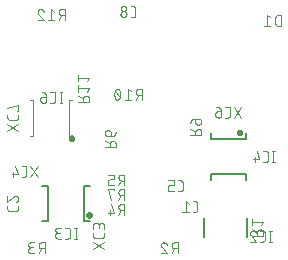
<source format=gbr>
G04 EAGLE Gerber X2 export*
%TF.Part,Single*%
%TF.FileFunction,Legend,Bot,1*%
%TF.FilePolarity,Positive*%
%TF.GenerationSoftware,Autodesk,EAGLE,9.0.0*%
%TF.CreationDate,2018-04-30T13:02:47Z*%
G75*
%MOMM*%
%FSLAX34Y34*%
%LPD*%
%AMOC8*
5,1,8,0,0,1.08239X$1,22.5*%
G01*
%ADD10C,0.076200*%
%ADD11C,0.101600*%
%ADD12C,0.300000*%
%ADD13C,0.127000*%


D10*
X144723Y312881D02*
X146776Y312881D01*
X146866Y312883D01*
X146955Y312889D01*
X147044Y312899D01*
X147132Y312912D01*
X147220Y312930D01*
X147307Y312951D01*
X147393Y312976D01*
X147478Y313005D01*
X147562Y313037D01*
X147644Y313073D01*
X147724Y313113D01*
X147803Y313156D01*
X147879Y313203D01*
X147954Y313252D01*
X148026Y313305D01*
X148096Y313361D01*
X148163Y313420D01*
X148228Y313482D01*
X148290Y313547D01*
X148349Y313614D01*
X148405Y313684D01*
X148458Y313756D01*
X148507Y313831D01*
X148554Y313908D01*
X148597Y313986D01*
X148637Y314066D01*
X148673Y314148D01*
X148705Y314232D01*
X148734Y314317D01*
X148759Y314403D01*
X148780Y314490D01*
X148798Y314578D01*
X148811Y314666D01*
X148821Y314755D01*
X148827Y314844D01*
X148829Y314934D01*
X148829Y320066D01*
X148827Y320156D01*
X148821Y320245D01*
X148811Y320334D01*
X148798Y320422D01*
X148780Y320510D01*
X148759Y320597D01*
X148734Y320683D01*
X148705Y320768D01*
X148673Y320852D01*
X148637Y320934D01*
X148597Y321014D01*
X148554Y321093D01*
X148507Y321169D01*
X148458Y321244D01*
X148405Y321316D01*
X148349Y321386D01*
X148290Y321453D01*
X148228Y321518D01*
X148163Y321580D01*
X148096Y321639D01*
X148026Y321695D01*
X147954Y321748D01*
X147879Y321797D01*
X147803Y321844D01*
X147724Y321887D01*
X147644Y321927D01*
X147562Y321963D01*
X147478Y321995D01*
X147393Y322024D01*
X147307Y322049D01*
X147220Y322070D01*
X147132Y322088D01*
X147044Y322101D01*
X146955Y322111D01*
X146866Y322117D01*
X146776Y322119D01*
X144723Y322119D01*
X141303Y315447D02*
X141301Y315546D01*
X141295Y315646D01*
X141286Y315745D01*
X141272Y315843D01*
X141255Y315941D01*
X141234Y316039D01*
X141209Y316135D01*
X141180Y316230D01*
X141148Y316325D01*
X141112Y316417D01*
X141073Y316509D01*
X141030Y316599D01*
X140984Y316687D01*
X140934Y316773D01*
X140881Y316857D01*
X140825Y316939D01*
X140765Y317019D01*
X140703Y317096D01*
X140637Y317171D01*
X140569Y317244D01*
X140498Y317313D01*
X140424Y317380D01*
X140348Y317444D01*
X140269Y317505D01*
X140188Y317563D01*
X140105Y317618D01*
X140020Y317669D01*
X139933Y317717D01*
X139844Y317762D01*
X139753Y317803D01*
X139661Y317841D01*
X139568Y317875D01*
X139473Y317905D01*
X139377Y317932D01*
X139280Y317955D01*
X139183Y317974D01*
X139084Y317989D01*
X138985Y318001D01*
X138886Y318009D01*
X138787Y318013D01*
X138687Y318013D01*
X138588Y318009D01*
X138489Y318001D01*
X138390Y317989D01*
X138291Y317974D01*
X138194Y317955D01*
X138097Y317932D01*
X138001Y317905D01*
X137906Y317875D01*
X137813Y317841D01*
X137721Y317803D01*
X137630Y317762D01*
X137541Y317717D01*
X137454Y317669D01*
X137369Y317618D01*
X137286Y317563D01*
X137205Y317505D01*
X137126Y317444D01*
X137050Y317380D01*
X136976Y317313D01*
X136905Y317244D01*
X136837Y317171D01*
X136771Y317096D01*
X136709Y317019D01*
X136649Y316939D01*
X136593Y316857D01*
X136540Y316773D01*
X136490Y316687D01*
X136444Y316599D01*
X136401Y316509D01*
X136362Y316417D01*
X136326Y316325D01*
X136294Y316230D01*
X136265Y316135D01*
X136240Y316039D01*
X136219Y315941D01*
X136202Y315843D01*
X136188Y315745D01*
X136179Y315646D01*
X136173Y315546D01*
X136171Y315447D01*
X136173Y315348D01*
X136179Y315248D01*
X136188Y315149D01*
X136202Y315051D01*
X136219Y314953D01*
X136240Y314855D01*
X136265Y314759D01*
X136294Y314664D01*
X136326Y314569D01*
X136362Y314477D01*
X136401Y314385D01*
X136444Y314295D01*
X136490Y314207D01*
X136540Y314121D01*
X136593Y314037D01*
X136649Y313955D01*
X136709Y313875D01*
X136771Y313798D01*
X136837Y313723D01*
X136905Y313650D01*
X136976Y313581D01*
X137050Y313514D01*
X137126Y313450D01*
X137205Y313389D01*
X137286Y313331D01*
X137369Y313276D01*
X137454Y313225D01*
X137541Y313177D01*
X137630Y313132D01*
X137721Y313091D01*
X137813Y313053D01*
X137906Y313019D01*
X138001Y312989D01*
X138097Y312962D01*
X138194Y312939D01*
X138291Y312920D01*
X138390Y312905D01*
X138489Y312893D01*
X138588Y312885D01*
X138687Y312881D01*
X138787Y312881D01*
X138886Y312885D01*
X138985Y312893D01*
X139084Y312905D01*
X139183Y312920D01*
X139280Y312939D01*
X139377Y312962D01*
X139473Y312989D01*
X139568Y313019D01*
X139661Y313053D01*
X139753Y313091D01*
X139844Y313132D01*
X139933Y313177D01*
X140020Y313225D01*
X140105Y313276D01*
X140188Y313331D01*
X140269Y313389D01*
X140348Y313450D01*
X140424Y313514D01*
X140498Y313581D01*
X140569Y313650D01*
X140637Y313723D01*
X140703Y313798D01*
X140765Y313875D01*
X140825Y313955D01*
X140881Y314037D01*
X140934Y314121D01*
X140984Y314207D01*
X141030Y314295D01*
X141073Y314385D01*
X141112Y314477D01*
X141148Y314569D01*
X141180Y314664D01*
X141209Y314759D01*
X141234Y314855D01*
X141255Y314953D01*
X141272Y315051D01*
X141286Y315149D01*
X141295Y315248D01*
X141301Y315348D01*
X141303Y315447D01*
X140790Y320066D02*
X140788Y320156D01*
X140782Y320245D01*
X140772Y320334D01*
X140759Y320422D01*
X140741Y320510D01*
X140720Y320597D01*
X140695Y320683D01*
X140666Y320768D01*
X140634Y320852D01*
X140598Y320934D01*
X140558Y321014D01*
X140515Y321093D01*
X140468Y321169D01*
X140419Y321244D01*
X140366Y321316D01*
X140310Y321386D01*
X140251Y321453D01*
X140189Y321518D01*
X140124Y321580D01*
X140057Y321639D01*
X139987Y321695D01*
X139915Y321748D01*
X139840Y321797D01*
X139764Y321844D01*
X139685Y321887D01*
X139605Y321927D01*
X139523Y321963D01*
X139439Y321995D01*
X139354Y322024D01*
X139268Y322049D01*
X139181Y322070D01*
X139093Y322088D01*
X139005Y322101D01*
X138916Y322111D01*
X138827Y322117D01*
X138737Y322119D01*
X138647Y322117D01*
X138558Y322111D01*
X138469Y322101D01*
X138381Y322088D01*
X138293Y322070D01*
X138206Y322049D01*
X138120Y322024D01*
X138035Y321995D01*
X137951Y321963D01*
X137869Y321927D01*
X137789Y321887D01*
X137711Y321844D01*
X137634Y321797D01*
X137559Y321748D01*
X137487Y321695D01*
X137417Y321639D01*
X137350Y321580D01*
X137285Y321518D01*
X137223Y321453D01*
X137164Y321386D01*
X137108Y321316D01*
X137055Y321244D01*
X137006Y321169D01*
X136959Y321093D01*
X136916Y321014D01*
X136876Y320934D01*
X136840Y320852D01*
X136808Y320768D01*
X136779Y320683D01*
X136754Y320597D01*
X136733Y320510D01*
X136715Y320422D01*
X136702Y320334D01*
X136692Y320245D01*
X136686Y320156D01*
X136684Y320066D01*
X136686Y319976D01*
X136692Y319887D01*
X136702Y319798D01*
X136715Y319710D01*
X136733Y319622D01*
X136754Y319535D01*
X136779Y319449D01*
X136808Y319364D01*
X136840Y319280D01*
X136876Y319198D01*
X136916Y319118D01*
X136959Y319040D01*
X137006Y318963D01*
X137055Y318888D01*
X137108Y318816D01*
X137164Y318746D01*
X137223Y318679D01*
X137285Y318614D01*
X137350Y318552D01*
X137417Y318493D01*
X137487Y318437D01*
X137559Y318384D01*
X137634Y318335D01*
X137711Y318288D01*
X137789Y318245D01*
X137869Y318205D01*
X137951Y318169D01*
X138035Y318137D01*
X138120Y318108D01*
X138206Y318083D01*
X138293Y318062D01*
X138381Y318044D01*
X138469Y318031D01*
X138558Y318021D01*
X138647Y318015D01*
X138737Y318013D01*
X138827Y318015D01*
X138916Y318021D01*
X139005Y318031D01*
X139093Y318044D01*
X139181Y318062D01*
X139268Y318083D01*
X139354Y318108D01*
X139439Y318137D01*
X139523Y318169D01*
X139605Y318205D01*
X139685Y318245D01*
X139764Y318288D01*
X139840Y318335D01*
X139915Y318384D01*
X139987Y318437D01*
X140057Y318493D01*
X140124Y318552D01*
X140189Y318614D01*
X140251Y318679D01*
X140310Y318746D01*
X140366Y318816D01*
X140419Y318888D01*
X140468Y318963D01*
X140515Y319040D01*
X140558Y319118D01*
X140598Y319198D01*
X140634Y319280D01*
X140666Y319364D01*
X140695Y319449D01*
X140720Y319535D01*
X140741Y319622D01*
X140759Y319710D01*
X140772Y319798D01*
X140782Y319887D01*
X140788Y319976D01*
X140790Y320066D01*
X49619Y222586D02*
X40381Y216427D01*
X40381Y222586D02*
X49619Y216427D01*
X40381Y227968D02*
X40381Y230021D01*
X40381Y227968D02*
X40383Y227878D01*
X40389Y227789D01*
X40399Y227700D01*
X40412Y227612D01*
X40430Y227524D01*
X40451Y227437D01*
X40476Y227351D01*
X40505Y227266D01*
X40537Y227182D01*
X40573Y227100D01*
X40613Y227020D01*
X40656Y226942D01*
X40703Y226865D01*
X40752Y226790D01*
X40805Y226718D01*
X40861Y226648D01*
X40920Y226581D01*
X40982Y226516D01*
X41047Y226454D01*
X41114Y226395D01*
X41184Y226339D01*
X41256Y226286D01*
X41331Y226237D01*
X41408Y226190D01*
X41486Y226147D01*
X41566Y226107D01*
X41648Y226071D01*
X41732Y226039D01*
X41817Y226010D01*
X41903Y225985D01*
X41990Y225964D01*
X42078Y225946D01*
X42166Y225933D01*
X42255Y225923D01*
X42344Y225917D01*
X42434Y225915D01*
X47566Y225915D01*
X47656Y225917D01*
X47745Y225923D01*
X47834Y225933D01*
X47922Y225946D01*
X48010Y225964D01*
X48097Y225985D01*
X48183Y226010D01*
X48268Y226039D01*
X48352Y226071D01*
X48434Y226107D01*
X48514Y226147D01*
X48592Y226190D01*
X48669Y226237D01*
X48744Y226286D01*
X48816Y226339D01*
X48886Y226395D01*
X48953Y226454D01*
X49018Y226516D01*
X49080Y226581D01*
X49139Y226648D01*
X49195Y226718D01*
X49248Y226790D01*
X49297Y226865D01*
X49344Y226941D01*
X49387Y227020D01*
X49427Y227100D01*
X49463Y227182D01*
X49495Y227266D01*
X49524Y227351D01*
X49549Y227437D01*
X49570Y227524D01*
X49588Y227611D01*
X49601Y227700D01*
X49611Y227789D01*
X49617Y227878D01*
X49619Y227968D01*
X49619Y230021D01*
X49619Y233440D02*
X48593Y233440D01*
X49619Y233440D02*
X49619Y238573D01*
X40381Y236007D01*
X197223Y147881D02*
X199276Y147881D01*
X199366Y147883D01*
X199455Y147889D01*
X199544Y147899D01*
X199632Y147912D01*
X199720Y147930D01*
X199807Y147951D01*
X199893Y147976D01*
X199978Y148005D01*
X200062Y148037D01*
X200144Y148073D01*
X200224Y148113D01*
X200303Y148156D01*
X200379Y148203D01*
X200454Y148252D01*
X200526Y148305D01*
X200596Y148361D01*
X200663Y148420D01*
X200728Y148482D01*
X200790Y148547D01*
X200849Y148614D01*
X200905Y148684D01*
X200958Y148756D01*
X201007Y148831D01*
X201054Y148908D01*
X201097Y148986D01*
X201137Y149066D01*
X201173Y149148D01*
X201205Y149232D01*
X201234Y149317D01*
X201259Y149403D01*
X201280Y149490D01*
X201298Y149578D01*
X201311Y149666D01*
X201321Y149755D01*
X201327Y149844D01*
X201329Y149934D01*
X201329Y155066D01*
X201327Y155156D01*
X201321Y155245D01*
X201311Y155334D01*
X201298Y155422D01*
X201280Y155510D01*
X201259Y155597D01*
X201234Y155683D01*
X201205Y155768D01*
X201173Y155852D01*
X201137Y155934D01*
X201097Y156014D01*
X201054Y156093D01*
X201007Y156169D01*
X200958Y156244D01*
X200905Y156316D01*
X200849Y156386D01*
X200790Y156453D01*
X200728Y156518D01*
X200663Y156580D01*
X200596Y156639D01*
X200526Y156695D01*
X200454Y156748D01*
X200379Y156797D01*
X200303Y156844D01*
X200224Y156887D01*
X200144Y156927D01*
X200062Y156963D01*
X199978Y156995D01*
X199893Y157024D01*
X199807Y157049D01*
X199720Y157070D01*
X199632Y157088D01*
X199544Y157101D01*
X199455Y157111D01*
X199366Y157117D01*
X199276Y157119D01*
X197223Y157119D01*
X193803Y155066D02*
X191237Y157119D01*
X191237Y147881D01*
X193803Y147881D02*
X188671Y147881D01*
X66073Y177881D02*
X59914Y187119D01*
X66073Y187119D02*
X59914Y177881D01*
X54532Y177881D02*
X52479Y177881D01*
X54532Y177881D02*
X54622Y177883D01*
X54711Y177889D01*
X54800Y177899D01*
X54888Y177912D01*
X54976Y177930D01*
X55063Y177951D01*
X55149Y177976D01*
X55234Y178005D01*
X55318Y178037D01*
X55400Y178073D01*
X55480Y178113D01*
X55559Y178156D01*
X55635Y178203D01*
X55710Y178252D01*
X55782Y178305D01*
X55852Y178361D01*
X55919Y178420D01*
X55984Y178482D01*
X56046Y178547D01*
X56105Y178614D01*
X56161Y178684D01*
X56214Y178756D01*
X56263Y178831D01*
X56310Y178908D01*
X56353Y178986D01*
X56393Y179066D01*
X56429Y179148D01*
X56461Y179232D01*
X56490Y179317D01*
X56515Y179403D01*
X56536Y179490D01*
X56554Y179578D01*
X56567Y179666D01*
X56577Y179755D01*
X56583Y179844D01*
X56585Y179934D01*
X56585Y185066D01*
X56583Y185156D01*
X56577Y185245D01*
X56567Y185334D01*
X56554Y185422D01*
X56536Y185510D01*
X56515Y185597D01*
X56490Y185683D01*
X56461Y185768D01*
X56429Y185852D01*
X56393Y185934D01*
X56353Y186014D01*
X56310Y186093D01*
X56263Y186169D01*
X56214Y186244D01*
X56161Y186316D01*
X56105Y186386D01*
X56046Y186453D01*
X55984Y186518D01*
X55919Y186580D01*
X55852Y186639D01*
X55782Y186695D01*
X55710Y186748D01*
X55635Y186797D01*
X55559Y186844D01*
X55480Y186887D01*
X55400Y186927D01*
X55318Y186963D01*
X55234Y186995D01*
X55149Y187024D01*
X55063Y187049D01*
X54976Y187070D01*
X54888Y187088D01*
X54800Y187101D01*
X54711Y187111D01*
X54622Y187117D01*
X54532Y187119D01*
X52479Y187119D01*
X47007Y187119D02*
X49060Y179934D01*
X43927Y179934D01*
X45467Y181987D02*
X45467Y177881D01*
X272216Y305381D02*
X272216Y314619D01*
X269650Y314619D01*
X269552Y314617D01*
X269454Y314611D01*
X269356Y314602D01*
X269258Y314589D01*
X269161Y314572D01*
X269065Y314552D01*
X268970Y314527D01*
X268876Y314499D01*
X268783Y314468D01*
X268691Y314433D01*
X268600Y314394D01*
X268511Y314353D01*
X268424Y314307D01*
X268339Y314259D01*
X268255Y314207D01*
X268174Y314152D01*
X268094Y314094D01*
X268017Y314033D01*
X267943Y313969D01*
X267871Y313902D01*
X267801Y313832D01*
X267734Y313760D01*
X267670Y313686D01*
X267609Y313609D01*
X267551Y313529D01*
X267496Y313448D01*
X267444Y313364D01*
X267396Y313279D01*
X267350Y313192D01*
X267309Y313103D01*
X267270Y313012D01*
X267235Y312920D01*
X267204Y312827D01*
X267176Y312733D01*
X267151Y312638D01*
X267131Y312542D01*
X267114Y312445D01*
X267101Y312347D01*
X267092Y312249D01*
X267086Y312151D01*
X267084Y312053D01*
X267084Y307947D01*
X267086Y307849D01*
X267092Y307751D01*
X267101Y307653D01*
X267114Y307555D01*
X267131Y307458D01*
X267151Y307362D01*
X267176Y307267D01*
X267204Y307173D01*
X267235Y307080D01*
X267270Y306988D01*
X267309Y306897D01*
X267350Y306808D01*
X267396Y306721D01*
X267444Y306636D01*
X267496Y306552D01*
X267551Y306471D01*
X267609Y306391D01*
X267670Y306314D01*
X267734Y306240D01*
X267801Y306168D01*
X267871Y306098D01*
X267943Y306031D01*
X268017Y305967D01*
X268094Y305906D01*
X268174Y305848D01*
X268255Y305793D01*
X268339Y305741D01*
X268424Y305693D01*
X268511Y305647D01*
X268600Y305606D01*
X268691Y305567D01*
X268783Y305532D01*
X268876Y305501D01*
X268970Y305473D01*
X269065Y305448D01*
X269161Y305428D01*
X269258Y305411D01*
X269356Y305398D01*
X269454Y305389D01*
X269552Y305383D01*
X269650Y305381D01*
X272216Y305381D01*
X262916Y312566D02*
X260350Y314619D01*
X260350Y305381D01*
X262916Y305381D02*
X257784Y305381D01*
D11*
X62500Y242500D02*
X62500Y212500D01*
X92500Y212500D02*
X92500Y242500D01*
D12*
X94000Y210000D02*
X94002Y210063D01*
X94008Y210125D01*
X94018Y210187D01*
X94031Y210249D01*
X94049Y210309D01*
X94070Y210368D01*
X94095Y210426D01*
X94124Y210482D01*
X94156Y210536D01*
X94191Y210588D01*
X94229Y210637D01*
X94271Y210685D01*
X94315Y210729D01*
X94363Y210771D01*
X94412Y210809D01*
X94464Y210844D01*
X94518Y210876D01*
X94574Y210905D01*
X94632Y210930D01*
X94691Y210951D01*
X94751Y210969D01*
X94813Y210982D01*
X94875Y210992D01*
X94937Y210998D01*
X95000Y211000D01*
X95063Y210998D01*
X95125Y210992D01*
X95187Y210982D01*
X95249Y210969D01*
X95309Y210951D01*
X95368Y210930D01*
X95426Y210905D01*
X95482Y210876D01*
X95536Y210844D01*
X95588Y210809D01*
X95637Y210771D01*
X95685Y210729D01*
X95729Y210685D01*
X95771Y210637D01*
X95809Y210588D01*
X95844Y210536D01*
X95876Y210482D01*
X95905Y210426D01*
X95930Y210368D01*
X95951Y210309D01*
X95969Y210249D01*
X95982Y210187D01*
X95992Y210125D01*
X95998Y210063D01*
X96000Y210000D01*
X95998Y209937D01*
X95992Y209875D01*
X95982Y209813D01*
X95969Y209751D01*
X95951Y209691D01*
X95930Y209632D01*
X95905Y209574D01*
X95876Y209518D01*
X95844Y209464D01*
X95809Y209412D01*
X95771Y209363D01*
X95729Y209315D01*
X95685Y209271D01*
X95637Y209229D01*
X95588Y209191D01*
X95536Y209156D01*
X95482Y209124D01*
X95426Y209095D01*
X95368Y209070D01*
X95309Y209049D01*
X95249Y209031D01*
X95187Y209018D01*
X95125Y209008D01*
X95063Y209002D01*
X95000Y209000D01*
X94937Y209002D01*
X94875Y209008D01*
X94813Y209018D01*
X94751Y209031D01*
X94691Y209049D01*
X94632Y209070D01*
X94574Y209095D01*
X94518Y209124D01*
X94464Y209156D01*
X94412Y209191D01*
X94363Y209229D01*
X94315Y209271D01*
X94271Y209315D01*
X94229Y209363D01*
X94191Y209412D01*
X94156Y209464D01*
X94124Y209518D01*
X94095Y209574D01*
X94070Y209632D01*
X94049Y209691D01*
X94031Y209751D01*
X94018Y209813D01*
X94008Y209875D01*
X94002Y209937D01*
X94000Y210000D01*
D11*
X62500Y242500D02*
X59500Y242500D01*
X92500Y242500D02*
X95500Y242500D01*
X95500Y212500D02*
X92500Y212500D01*
X62500Y212500D02*
X59500Y212500D01*
D10*
X85620Y240381D02*
X85620Y249619D01*
X86646Y240381D02*
X84593Y240381D01*
X84593Y249619D02*
X86646Y249619D01*
X78959Y240381D02*
X76906Y240381D01*
X78959Y240381D02*
X79049Y240383D01*
X79138Y240389D01*
X79227Y240399D01*
X79315Y240412D01*
X79403Y240430D01*
X79490Y240451D01*
X79576Y240476D01*
X79661Y240505D01*
X79745Y240537D01*
X79827Y240573D01*
X79907Y240613D01*
X79986Y240656D01*
X80062Y240703D01*
X80137Y240752D01*
X80209Y240805D01*
X80279Y240861D01*
X80346Y240920D01*
X80411Y240982D01*
X80473Y241047D01*
X80532Y241114D01*
X80588Y241184D01*
X80641Y241256D01*
X80690Y241331D01*
X80737Y241408D01*
X80780Y241486D01*
X80820Y241566D01*
X80856Y241648D01*
X80888Y241732D01*
X80917Y241817D01*
X80942Y241903D01*
X80963Y241990D01*
X80981Y242078D01*
X80994Y242166D01*
X81004Y242255D01*
X81010Y242344D01*
X81012Y242434D01*
X81011Y242434D02*
X81011Y247566D01*
X81012Y247566D02*
X81010Y247656D01*
X81004Y247745D01*
X80994Y247834D01*
X80981Y247922D01*
X80963Y248010D01*
X80942Y248097D01*
X80917Y248183D01*
X80888Y248268D01*
X80856Y248352D01*
X80820Y248434D01*
X80780Y248514D01*
X80737Y248593D01*
X80690Y248669D01*
X80641Y248744D01*
X80588Y248816D01*
X80532Y248886D01*
X80473Y248953D01*
X80411Y249018D01*
X80346Y249080D01*
X80279Y249139D01*
X80209Y249195D01*
X80137Y249248D01*
X80062Y249297D01*
X79986Y249344D01*
X79907Y249387D01*
X79827Y249427D01*
X79745Y249463D01*
X79661Y249495D01*
X79576Y249524D01*
X79490Y249549D01*
X79403Y249570D01*
X79315Y249588D01*
X79227Y249601D01*
X79138Y249611D01*
X79049Y249617D01*
X78959Y249619D01*
X76906Y249619D01*
X73486Y245513D02*
X70407Y245513D01*
X70317Y245511D01*
X70228Y245505D01*
X70139Y245495D01*
X70051Y245482D01*
X69963Y245464D01*
X69876Y245443D01*
X69790Y245418D01*
X69705Y245389D01*
X69621Y245357D01*
X69539Y245321D01*
X69459Y245281D01*
X69381Y245238D01*
X69304Y245191D01*
X69229Y245142D01*
X69157Y245089D01*
X69087Y245033D01*
X69020Y244974D01*
X68955Y244912D01*
X68893Y244847D01*
X68834Y244780D01*
X68778Y244710D01*
X68725Y244638D01*
X68676Y244563D01*
X68629Y244487D01*
X68586Y244408D01*
X68546Y244328D01*
X68510Y244246D01*
X68478Y244162D01*
X68449Y244077D01*
X68424Y243991D01*
X68403Y243904D01*
X68385Y243817D01*
X68372Y243728D01*
X68362Y243639D01*
X68356Y243550D01*
X68354Y243460D01*
X68354Y242947D01*
X68356Y242848D01*
X68362Y242748D01*
X68371Y242649D01*
X68385Y242551D01*
X68402Y242453D01*
X68423Y242355D01*
X68448Y242259D01*
X68477Y242164D01*
X68509Y242069D01*
X68545Y241977D01*
X68584Y241885D01*
X68627Y241795D01*
X68673Y241707D01*
X68723Y241621D01*
X68776Y241537D01*
X68832Y241455D01*
X68892Y241375D01*
X68954Y241298D01*
X69020Y241223D01*
X69088Y241150D01*
X69159Y241081D01*
X69233Y241014D01*
X69309Y240950D01*
X69388Y240889D01*
X69469Y240831D01*
X69552Y240776D01*
X69637Y240725D01*
X69724Y240677D01*
X69813Y240632D01*
X69904Y240591D01*
X69996Y240553D01*
X70089Y240519D01*
X70184Y240489D01*
X70280Y240462D01*
X70377Y240439D01*
X70474Y240420D01*
X70573Y240405D01*
X70672Y240393D01*
X70771Y240385D01*
X70870Y240381D01*
X70970Y240381D01*
X71069Y240385D01*
X71168Y240393D01*
X71267Y240405D01*
X71366Y240420D01*
X71463Y240439D01*
X71560Y240462D01*
X71656Y240489D01*
X71751Y240519D01*
X71844Y240553D01*
X71936Y240591D01*
X72027Y240632D01*
X72116Y240677D01*
X72203Y240725D01*
X72288Y240776D01*
X72371Y240831D01*
X72452Y240889D01*
X72531Y240950D01*
X72607Y241014D01*
X72681Y241081D01*
X72752Y241150D01*
X72820Y241223D01*
X72886Y241298D01*
X72948Y241375D01*
X73008Y241455D01*
X73064Y241537D01*
X73117Y241621D01*
X73167Y241707D01*
X73213Y241795D01*
X73256Y241885D01*
X73295Y241977D01*
X73331Y242069D01*
X73363Y242164D01*
X73392Y242259D01*
X73417Y242355D01*
X73438Y242453D01*
X73455Y242551D01*
X73469Y242649D01*
X73478Y242748D01*
X73484Y242848D01*
X73486Y242947D01*
X73486Y245513D01*
X73484Y245639D01*
X73478Y245766D01*
X73468Y245892D01*
X73455Y246018D01*
X73437Y246143D01*
X73416Y246267D01*
X73391Y246391D01*
X73362Y246515D01*
X73329Y246637D01*
X73293Y246758D01*
X73253Y246878D01*
X73209Y246996D01*
X73161Y247113D01*
X73110Y247229D01*
X73056Y247343D01*
X72997Y247456D01*
X72936Y247566D01*
X72871Y247675D01*
X72803Y247781D01*
X72731Y247885D01*
X72657Y247987D01*
X72579Y248087D01*
X72498Y248184D01*
X72414Y248279D01*
X72328Y248371D01*
X72238Y248461D01*
X72146Y248547D01*
X72051Y248631D01*
X71954Y248712D01*
X71854Y248790D01*
X71752Y248864D01*
X71648Y248936D01*
X71542Y249004D01*
X71433Y249069D01*
X71323Y249130D01*
X71210Y249189D01*
X71096Y249243D01*
X70980Y249294D01*
X70863Y249342D01*
X70745Y249386D01*
X70625Y249426D01*
X70504Y249462D01*
X70382Y249495D01*
X70258Y249524D01*
X70134Y249549D01*
X70010Y249570D01*
X69885Y249588D01*
X69759Y249601D01*
X69633Y249611D01*
X69506Y249617D01*
X69380Y249619D01*
X154038Y252119D02*
X154038Y242881D01*
X154038Y252119D02*
X151472Y252119D01*
X151373Y252117D01*
X151273Y252111D01*
X151174Y252102D01*
X151076Y252088D01*
X150978Y252071D01*
X150880Y252050D01*
X150784Y252025D01*
X150689Y251996D01*
X150594Y251964D01*
X150502Y251928D01*
X150410Y251889D01*
X150320Y251846D01*
X150232Y251800D01*
X150146Y251750D01*
X150062Y251697D01*
X149980Y251641D01*
X149900Y251581D01*
X149823Y251519D01*
X149748Y251453D01*
X149675Y251385D01*
X149606Y251314D01*
X149539Y251240D01*
X149475Y251164D01*
X149414Y251085D01*
X149356Y251004D01*
X149301Y250921D01*
X149250Y250836D01*
X149202Y250749D01*
X149157Y250660D01*
X149116Y250569D01*
X149078Y250477D01*
X149044Y250384D01*
X149014Y250289D01*
X148987Y250193D01*
X148964Y250096D01*
X148945Y249999D01*
X148930Y249900D01*
X148918Y249801D01*
X148910Y249702D01*
X148906Y249603D01*
X148906Y249503D01*
X148910Y249404D01*
X148918Y249305D01*
X148930Y249206D01*
X148945Y249107D01*
X148964Y249010D01*
X148987Y248913D01*
X149014Y248817D01*
X149044Y248722D01*
X149078Y248629D01*
X149116Y248537D01*
X149157Y248446D01*
X149202Y248357D01*
X149250Y248270D01*
X149301Y248185D01*
X149356Y248102D01*
X149414Y248021D01*
X149475Y247942D01*
X149539Y247866D01*
X149606Y247792D01*
X149675Y247721D01*
X149748Y247653D01*
X149823Y247587D01*
X149900Y247525D01*
X149980Y247465D01*
X150062Y247409D01*
X150146Y247356D01*
X150232Y247306D01*
X150320Y247260D01*
X150410Y247217D01*
X150502Y247178D01*
X150594Y247142D01*
X150689Y247110D01*
X150784Y247081D01*
X150880Y247056D01*
X150978Y247035D01*
X151076Y247018D01*
X151174Y247004D01*
X151273Y246995D01*
X151373Y246989D01*
X151472Y246987D01*
X154038Y246987D01*
X150958Y246987D02*
X148906Y242881D01*
X145094Y250066D02*
X142528Y252119D01*
X142528Y242881D01*
X145094Y242881D02*
X139962Y242881D01*
X136095Y247500D02*
X136093Y247682D01*
X136086Y247863D01*
X136075Y248045D01*
X136060Y248226D01*
X136041Y248407D01*
X136017Y248587D01*
X135989Y248766D01*
X135957Y248945D01*
X135920Y249123D01*
X135879Y249300D01*
X135834Y249476D01*
X135785Y249651D01*
X135731Y249825D01*
X135674Y249997D01*
X135612Y250168D01*
X135546Y250338D01*
X135477Y250506D01*
X135403Y250672D01*
X135325Y250836D01*
X135324Y250836D02*
X135295Y250915D01*
X135263Y250992D01*
X135227Y251068D01*
X135188Y251143D01*
X135145Y251216D01*
X135099Y251286D01*
X135051Y251355D01*
X134999Y251421D01*
X134944Y251485D01*
X134887Y251546D01*
X134827Y251605D01*
X134764Y251662D01*
X134699Y251715D01*
X134632Y251765D01*
X134562Y251813D01*
X134491Y251857D01*
X134417Y251898D01*
X134342Y251936D01*
X134265Y251970D01*
X134187Y252001D01*
X134108Y252028D01*
X134027Y252052D01*
X133945Y252073D01*
X133863Y252089D01*
X133780Y252102D01*
X133696Y252112D01*
X133612Y252117D01*
X133528Y252119D01*
X133444Y252117D01*
X133360Y252112D01*
X133276Y252102D01*
X133193Y252089D01*
X133111Y252073D01*
X133029Y252052D01*
X132948Y252028D01*
X132869Y252001D01*
X132791Y251970D01*
X132714Y251936D01*
X132639Y251898D01*
X132565Y251857D01*
X132494Y251813D01*
X132424Y251765D01*
X132357Y251715D01*
X132292Y251662D01*
X132229Y251605D01*
X132169Y251547D01*
X132112Y251485D01*
X132057Y251421D01*
X132005Y251355D01*
X131957Y251286D01*
X131911Y251216D01*
X131868Y251143D01*
X131829Y251069D01*
X131793Y250992D01*
X131761Y250915D01*
X131732Y250836D01*
X131654Y250672D01*
X131580Y250506D01*
X131511Y250338D01*
X131445Y250168D01*
X131383Y249997D01*
X131326Y249825D01*
X131272Y249651D01*
X131223Y249476D01*
X131178Y249300D01*
X131137Y249123D01*
X131100Y248945D01*
X131068Y248766D01*
X131040Y248587D01*
X131016Y248407D01*
X130997Y248226D01*
X130982Y248045D01*
X130971Y247863D01*
X130964Y247682D01*
X130962Y247500D01*
X136094Y247500D02*
X136092Y247318D01*
X136085Y247137D01*
X136074Y246955D01*
X136059Y246774D01*
X136040Y246593D01*
X136016Y246413D01*
X135988Y246234D01*
X135956Y246055D01*
X135919Y245877D01*
X135878Y245700D01*
X135833Y245524D01*
X135784Y245349D01*
X135730Y245175D01*
X135673Y245003D01*
X135611Y244832D01*
X135545Y244662D01*
X135476Y244495D01*
X135402Y244328D01*
X135324Y244164D01*
X135295Y244085D01*
X135263Y244008D01*
X135227Y243931D01*
X135188Y243857D01*
X135145Y243784D01*
X135099Y243714D01*
X135051Y243645D01*
X134999Y243579D01*
X134944Y243515D01*
X134887Y243453D01*
X134827Y243395D01*
X134764Y243338D01*
X134699Y243285D01*
X134632Y243235D01*
X134562Y243187D01*
X134491Y243143D01*
X134417Y243102D01*
X134342Y243064D01*
X134265Y243030D01*
X134187Y242999D01*
X134108Y242972D01*
X134027Y242948D01*
X133945Y242927D01*
X133863Y242911D01*
X133780Y242898D01*
X133696Y242888D01*
X133612Y242883D01*
X133528Y242881D01*
X131732Y244164D02*
X131654Y244328D01*
X131580Y244494D01*
X131511Y244662D01*
X131445Y244832D01*
X131383Y245003D01*
X131326Y245175D01*
X131272Y245349D01*
X131223Y245524D01*
X131178Y245700D01*
X131137Y245877D01*
X131100Y246055D01*
X131068Y246234D01*
X131040Y246413D01*
X131016Y246593D01*
X130997Y246774D01*
X130982Y246955D01*
X130971Y247137D01*
X130964Y247318D01*
X130962Y247500D01*
X131732Y244164D02*
X131761Y244085D01*
X131793Y244008D01*
X131829Y243931D01*
X131868Y243857D01*
X131911Y243784D01*
X131957Y243714D01*
X132005Y243645D01*
X132057Y243579D01*
X132112Y243515D01*
X132169Y243453D01*
X132229Y243395D01*
X132292Y243338D01*
X132357Y243285D01*
X132424Y243235D01*
X132494Y243187D01*
X132565Y243143D01*
X132639Y243102D01*
X132714Y243064D01*
X132791Y243030D01*
X132869Y242999D01*
X132948Y242972D01*
X133029Y242948D01*
X133111Y242927D01*
X133193Y242911D01*
X133276Y242898D01*
X133360Y242888D01*
X133444Y242883D01*
X133528Y242881D01*
X135581Y244934D02*
X131475Y250066D01*
X89038Y310381D02*
X89038Y319619D01*
X86472Y319619D01*
X86373Y319617D01*
X86273Y319611D01*
X86174Y319602D01*
X86076Y319588D01*
X85978Y319571D01*
X85880Y319550D01*
X85784Y319525D01*
X85689Y319496D01*
X85594Y319464D01*
X85502Y319428D01*
X85410Y319389D01*
X85320Y319346D01*
X85232Y319300D01*
X85146Y319250D01*
X85062Y319197D01*
X84980Y319141D01*
X84900Y319081D01*
X84823Y319019D01*
X84748Y318953D01*
X84675Y318885D01*
X84606Y318814D01*
X84539Y318740D01*
X84475Y318664D01*
X84414Y318585D01*
X84356Y318504D01*
X84301Y318421D01*
X84250Y318336D01*
X84202Y318249D01*
X84157Y318160D01*
X84116Y318069D01*
X84078Y317977D01*
X84044Y317884D01*
X84014Y317789D01*
X83987Y317693D01*
X83964Y317596D01*
X83945Y317499D01*
X83930Y317400D01*
X83918Y317301D01*
X83910Y317202D01*
X83906Y317103D01*
X83906Y317003D01*
X83910Y316904D01*
X83918Y316805D01*
X83930Y316706D01*
X83945Y316607D01*
X83964Y316510D01*
X83987Y316413D01*
X84014Y316317D01*
X84044Y316222D01*
X84078Y316129D01*
X84116Y316037D01*
X84157Y315946D01*
X84202Y315857D01*
X84250Y315770D01*
X84301Y315685D01*
X84356Y315602D01*
X84414Y315521D01*
X84475Y315442D01*
X84539Y315366D01*
X84606Y315292D01*
X84675Y315221D01*
X84748Y315153D01*
X84823Y315087D01*
X84900Y315025D01*
X84980Y314965D01*
X85062Y314909D01*
X85146Y314856D01*
X85232Y314806D01*
X85320Y314760D01*
X85410Y314717D01*
X85502Y314678D01*
X85594Y314642D01*
X85689Y314610D01*
X85784Y314581D01*
X85880Y314556D01*
X85978Y314535D01*
X86076Y314518D01*
X86174Y314504D01*
X86273Y314495D01*
X86373Y314489D01*
X86472Y314487D01*
X89038Y314487D01*
X85958Y314487D02*
X83906Y310381D01*
X80094Y317566D02*
X77528Y319619D01*
X77528Y310381D01*
X80094Y310381D02*
X74962Y310381D01*
X65962Y317309D02*
X65964Y317404D01*
X65970Y317500D01*
X65980Y317595D01*
X65994Y317689D01*
X66011Y317783D01*
X66033Y317876D01*
X66058Y317968D01*
X66087Y318059D01*
X66120Y318149D01*
X66157Y318237D01*
X66197Y318324D01*
X66240Y318408D01*
X66288Y318491D01*
X66338Y318572D01*
X66392Y318651D01*
X66449Y318728D01*
X66509Y318802D01*
X66572Y318874D01*
X66639Y318942D01*
X66707Y319009D01*
X66779Y319072D01*
X66853Y319132D01*
X66930Y319189D01*
X67009Y319243D01*
X67090Y319293D01*
X67173Y319341D01*
X67257Y319384D01*
X67344Y319424D01*
X67432Y319461D01*
X67522Y319494D01*
X67613Y319523D01*
X67705Y319548D01*
X67798Y319570D01*
X67892Y319587D01*
X67986Y319601D01*
X68081Y319611D01*
X68177Y319617D01*
X68272Y319619D01*
X68379Y319617D01*
X68485Y319611D01*
X68591Y319602D01*
X68697Y319588D01*
X68802Y319571D01*
X68907Y319550D01*
X69010Y319526D01*
X69113Y319497D01*
X69215Y319465D01*
X69315Y319430D01*
X69414Y319390D01*
X69512Y319347D01*
X69608Y319301D01*
X69702Y319251D01*
X69795Y319198D01*
X69885Y319142D01*
X69974Y319082D01*
X70060Y319020D01*
X70144Y318954D01*
X70225Y318885D01*
X70304Y318814D01*
X70381Y318739D01*
X70454Y318662D01*
X70525Y318582D01*
X70593Y318500D01*
X70658Y318416D01*
X70720Y318329D01*
X70778Y318240D01*
X70834Y318149D01*
X70886Y318056D01*
X70935Y317961D01*
X70980Y317864D01*
X71022Y317766D01*
X71060Y317667D01*
X71095Y317566D01*
X66733Y315513D02*
X66665Y315580D01*
X66599Y315650D01*
X66537Y315723D01*
X66477Y315797D01*
X66420Y315874D01*
X66366Y315953D01*
X66316Y316034D01*
X66268Y316117D01*
X66224Y316202D01*
X66183Y316288D01*
X66145Y316376D01*
X66111Y316465D01*
X66080Y316556D01*
X66053Y316648D01*
X66029Y316740D01*
X66009Y316834D01*
X65992Y316928D01*
X65980Y317023D01*
X65970Y317118D01*
X65965Y317213D01*
X65963Y317309D01*
X66732Y315513D02*
X71094Y310381D01*
X65962Y310381D01*
X122881Y202962D02*
X132119Y202962D01*
X132119Y205528D01*
X132117Y205627D01*
X132111Y205727D01*
X132102Y205826D01*
X132088Y205924D01*
X132071Y206022D01*
X132050Y206120D01*
X132025Y206216D01*
X131996Y206311D01*
X131964Y206406D01*
X131928Y206498D01*
X131889Y206590D01*
X131846Y206680D01*
X131800Y206768D01*
X131750Y206854D01*
X131697Y206938D01*
X131641Y207020D01*
X131581Y207100D01*
X131519Y207177D01*
X131453Y207252D01*
X131385Y207325D01*
X131314Y207394D01*
X131240Y207461D01*
X131164Y207525D01*
X131085Y207586D01*
X131004Y207644D01*
X130921Y207699D01*
X130836Y207750D01*
X130749Y207798D01*
X130660Y207843D01*
X130569Y207884D01*
X130477Y207922D01*
X130384Y207956D01*
X130289Y207986D01*
X130193Y208013D01*
X130096Y208036D01*
X129999Y208055D01*
X129900Y208070D01*
X129801Y208082D01*
X129702Y208090D01*
X129603Y208094D01*
X129503Y208094D01*
X129404Y208090D01*
X129305Y208082D01*
X129206Y208070D01*
X129107Y208055D01*
X129010Y208036D01*
X128913Y208013D01*
X128817Y207986D01*
X128722Y207956D01*
X128629Y207922D01*
X128537Y207884D01*
X128446Y207843D01*
X128357Y207798D01*
X128270Y207750D01*
X128185Y207699D01*
X128102Y207644D01*
X128021Y207586D01*
X127942Y207525D01*
X127866Y207461D01*
X127792Y207394D01*
X127721Y207325D01*
X127653Y207252D01*
X127587Y207177D01*
X127525Y207100D01*
X127465Y207020D01*
X127409Y206938D01*
X127356Y206854D01*
X127306Y206768D01*
X127260Y206680D01*
X127217Y206590D01*
X127178Y206498D01*
X127142Y206406D01*
X127110Y206311D01*
X127081Y206216D01*
X127056Y206120D01*
X127035Y206022D01*
X127018Y205924D01*
X127004Y205826D01*
X126995Y205727D01*
X126989Y205627D01*
X126987Y205528D01*
X126987Y202962D01*
X126987Y206042D02*
X122881Y208094D01*
X128013Y211906D02*
X128013Y214985D01*
X128011Y215075D01*
X128005Y215164D01*
X127995Y215253D01*
X127982Y215341D01*
X127964Y215429D01*
X127943Y215516D01*
X127918Y215602D01*
X127889Y215687D01*
X127857Y215771D01*
X127821Y215853D01*
X127781Y215933D01*
X127738Y216012D01*
X127691Y216088D01*
X127642Y216163D01*
X127589Y216235D01*
X127533Y216305D01*
X127474Y216372D01*
X127412Y216437D01*
X127347Y216499D01*
X127280Y216558D01*
X127210Y216614D01*
X127138Y216667D01*
X127063Y216716D01*
X126987Y216763D01*
X126908Y216806D01*
X126828Y216846D01*
X126746Y216882D01*
X126662Y216914D01*
X126577Y216943D01*
X126491Y216968D01*
X126404Y216989D01*
X126316Y217007D01*
X126228Y217020D01*
X126139Y217030D01*
X126050Y217036D01*
X125960Y217038D01*
X125447Y217038D01*
X125348Y217036D01*
X125248Y217030D01*
X125149Y217021D01*
X125051Y217007D01*
X124953Y216990D01*
X124855Y216969D01*
X124759Y216944D01*
X124664Y216915D01*
X124569Y216883D01*
X124477Y216847D01*
X124385Y216808D01*
X124295Y216765D01*
X124207Y216719D01*
X124121Y216669D01*
X124037Y216616D01*
X123955Y216560D01*
X123875Y216500D01*
X123798Y216438D01*
X123723Y216372D01*
X123650Y216304D01*
X123581Y216233D01*
X123514Y216159D01*
X123450Y216083D01*
X123389Y216004D01*
X123331Y215923D01*
X123276Y215840D01*
X123225Y215755D01*
X123177Y215668D01*
X123132Y215579D01*
X123091Y215488D01*
X123053Y215396D01*
X123019Y215303D01*
X122989Y215208D01*
X122962Y215112D01*
X122939Y215015D01*
X122920Y214918D01*
X122905Y214819D01*
X122893Y214720D01*
X122885Y214621D01*
X122881Y214522D01*
X122881Y214422D01*
X122885Y214323D01*
X122893Y214224D01*
X122905Y214125D01*
X122920Y214026D01*
X122939Y213929D01*
X122962Y213832D01*
X122989Y213736D01*
X123019Y213641D01*
X123053Y213548D01*
X123091Y213456D01*
X123132Y213365D01*
X123177Y213276D01*
X123225Y213189D01*
X123276Y213104D01*
X123331Y213021D01*
X123389Y212940D01*
X123450Y212861D01*
X123514Y212785D01*
X123581Y212711D01*
X123650Y212640D01*
X123723Y212572D01*
X123798Y212506D01*
X123875Y212444D01*
X123955Y212384D01*
X124037Y212328D01*
X124121Y212275D01*
X124207Y212225D01*
X124295Y212179D01*
X124385Y212136D01*
X124477Y212097D01*
X124569Y212061D01*
X124664Y212029D01*
X124759Y212000D01*
X124855Y211975D01*
X124953Y211954D01*
X125051Y211937D01*
X125149Y211923D01*
X125248Y211914D01*
X125348Y211908D01*
X125447Y211906D01*
X128013Y211906D01*
X128013Y211905D02*
X128139Y211907D01*
X128266Y211913D01*
X128392Y211923D01*
X128518Y211936D01*
X128643Y211954D01*
X128767Y211975D01*
X128891Y212000D01*
X129015Y212029D01*
X129137Y212062D01*
X129258Y212098D01*
X129378Y212138D01*
X129496Y212182D01*
X129613Y212230D01*
X129729Y212281D01*
X129843Y212335D01*
X129956Y212394D01*
X130066Y212455D01*
X130175Y212520D01*
X130281Y212588D01*
X130385Y212660D01*
X130487Y212734D01*
X130587Y212812D01*
X130684Y212893D01*
X130779Y212977D01*
X130871Y213063D01*
X130961Y213153D01*
X131047Y213245D01*
X131131Y213340D01*
X131212Y213437D01*
X131290Y213537D01*
X131364Y213639D01*
X131436Y213743D01*
X131504Y213849D01*
X131569Y213958D01*
X131630Y214068D01*
X131689Y214181D01*
X131743Y214295D01*
X131794Y214411D01*
X131842Y214528D01*
X131886Y214646D01*
X131926Y214766D01*
X131962Y214887D01*
X131995Y215009D01*
X132024Y215133D01*
X132049Y215256D01*
X132070Y215381D01*
X132088Y215506D01*
X132101Y215632D01*
X132111Y215758D01*
X132117Y215885D01*
X132119Y216011D01*
D13*
X207000Y143000D02*
X207000Y127000D01*
X243000Y127000D02*
X243000Y143000D01*
D10*
X263120Y132119D02*
X263120Y122881D01*
X264146Y122881D02*
X262093Y122881D01*
X262093Y132119D02*
X264146Y132119D01*
X256459Y122881D02*
X254406Y122881D01*
X256459Y122881D02*
X256549Y122883D01*
X256638Y122889D01*
X256727Y122899D01*
X256815Y122912D01*
X256903Y122930D01*
X256990Y122951D01*
X257076Y122976D01*
X257161Y123005D01*
X257245Y123037D01*
X257327Y123073D01*
X257407Y123113D01*
X257486Y123156D01*
X257562Y123203D01*
X257637Y123252D01*
X257709Y123305D01*
X257779Y123361D01*
X257846Y123420D01*
X257911Y123482D01*
X257973Y123547D01*
X258032Y123614D01*
X258088Y123684D01*
X258141Y123756D01*
X258190Y123831D01*
X258237Y123908D01*
X258280Y123986D01*
X258320Y124066D01*
X258356Y124148D01*
X258388Y124232D01*
X258417Y124317D01*
X258442Y124403D01*
X258463Y124490D01*
X258481Y124578D01*
X258494Y124666D01*
X258504Y124755D01*
X258510Y124844D01*
X258512Y124934D01*
X258511Y124934D02*
X258511Y130066D01*
X258512Y130066D02*
X258510Y130156D01*
X258504Y130245D01*
X258494Y130334D01*
X258481Y130422D01*
X258463Y130510D01*
X258442Y130597D01*
X258417Y130683D01*
X258388Y130768D01*
X258356Y130852D01*
X258320Y130934D01*
X258280Y131014D01*
X258237Y131093D01*
X258190Y131169D01*
X258141Y131244D01*
X258088Y131316D01*
X258032Y131386D01*
X257973Y131453D01*
X257911Y131518D01*
X257846Y131580D01*
X257779Y131639D01*
X257709Y131695D01*
X257637Y131748D01*
X257562Y131797D01*
X257486Y131844D01*
X257407Y131887D01*
X257327Y131927D01*
X257245Y131963D01*
X257161Y131995D01*
X257076Y132024D01*
X256990Y132049D01*
X256903Y132070D01*
X256815Y132088D01*
X256727Y132101D01*
X256638Y132111D01*
X256549Y132117D01*
X256459Y132119D01*
X254406Y132119D01*
X248163Y132119D02*
X248068Y132117D01*
X247972Y132111D01*
X247877Y132101D01*
X247783Y132087D01*
X247689Y132070D01*
X247596Y132048D01*
X247504Y132023D01*
X247413Y131994D01*
X247323Y131961D01*
X247235Y131924D01*
X247148Y131884D01*
X247064Y131841D01*
X246981Y131793D01*
X246900Y131743D01*
X246821Y131689D01*
X246744Y131632D01*
X246670Y131572D01*
X246598Y131509D01*
X246530Y131442D01*
X246463Y131374D01*
X246400Y131302D01*
X246340Y131228D01*
X246283Y131151D01*
X246229Y131072D01*
X246179Y130991D01*
X246131Y130908D01*
X246088Y130824D01*
X246048Y130737D01*
X246011Y130649D01*
X245978Y130559D01*
X245949Y130468D01*
X245924Y130376D01*
X245902Y130283D01*
X245885Y130189D01*
X245871Y130095D01*
X245861Y130000D01*
X245855Y129904D01*
X245853Y129809D01*
X248163Y132119D02*
X248270Y132117D01*
X248376Y132111D01*
X248482Y132102D01*
X248588Y132088D01*
X248693Y132071D01*
X248798Y132050D01*
X248901Y132026D01*
X249004Y131997D01*
X249106Y131965D01*
X249206Y131930D01*
X249305Y131890D01*
X249403Y131847D01*
X249499Y131801D01*
X249593Y131751D01*
X249686Y131698D01*
X249776Y131642D01*
X249865Y131582D01*
X249951Y131520D01*
X250035Y131454D01*
X250116Y131385D01*
X250195Y131314D01*
X250272Y131239D01*
X250345Y131162D01*
X250416Y131082D01*
X250484Y131000D01*
X250549Y130916D01*
X250611Y130829D01*
X250669Y130740D01*
X250725Y130649D01*
X250777Y130556D01*
X250826Y130461D01*
X250871Y130364D01*
X250913Y130266D01*
X250951Y130167D01*
X250986Y130066D01*
X246624Y128013D02*
X246556Y128080D01*
X246490Y128150D01*
X246428Y128223D01*
X246368Y128297D01*
X246311Y128374D01*
X246257Y128453D01*
X246207Y128534D01*
X246159Y128617D01*
X246115Y128702D01*
X246074Y128788D01*
X246036Y128876D01*
X246002Y128965D01*
X245971Y129056D01*
X245944Y129148D01*
X245920Y129240D01*
X245900Y129334D01*
X245883Y129428D01*
X245871Y129523D01*
X245861Y129618D01*
X245856Y129713D01*
X245854Y129809D01*
X246624Y128013D02*
X250986Y122881D01*
X245854Y122881D01*
X139538Y157881D02*
X139538Y167119D01*
X136972Y167119D01*
X136873Y167117D01*
X136773Y167111D01*
X136674Y167102D01*
X136576Y167088D01*
X136478Y167071D01*
X136380Y167050D01*
X136284Y167025D01*
X136189Y166996D01*
X136094Y166964D01*
X136002Y166928D01*
X135910Y166889D01*
X135820Y166846D01*
X135732Y166800D01*
X135646Y166750D01*
X135562Y166697D01*
X135480Y166641D01*
X135400Y166581D01*
X135323Y166519D01*
X135248Y166453D01*
X135175Y166385D01*
X135106Y166314D01*
X135039Y166240D01*
X134975Y166164D01*
X134914Y166085D01*
X134856Y166004D01*
X134801Y165921D01*
X134750Y165836D01*
X134702Y165749D01*
X134657Y165660D01*
X134616Y165569D01*
X134578Y165477D01*
X134544Y165384D01*
X134514Y165289D01*
X134487Y165193D01*
X134464Y165096D01*
X134445Y164999D01*
X134430Y164900D01*
X134418Y164801D01*
X134410Y164702D01*
X134406Y164603D01*
X134406Y164503D01*
X134410Y164404D01*
X134418Y164305D01*
X134430Y164206D01*
X134445Y164107D01*
X134464Y164010D01*
X134487Y163913D01*
X134514Y163817D01*
X134544Y163722D01*
X134578Y163629D01*
X134616Y163537D01*
X134657Y163446D01*
X134702Y163357D01*
X134750Y163270D01*
X134801Y163185D01*
X134856Y163102D01*
X134914Y163021D01*
X134975Y162942D01*
X135039Y162866D01*
X135106Y162792D01*
X135175Y162721D01*
X135248Y162653D01*
X135323Y162587D01*
X135400Y162525D01*
X135480Y162465D01*
X135562Y162409D01*
X135646Y162356D01*
X135732Y162306D01*
X135820Y162260D01*
X135910Y162217D01*
X136002Y162178D01*
X136094Y162142D01*
X136189Y162110D01*
X136284Y162081D01*
X136380Y162056D01*
X136478Y162035D01*
X136576Y162018D01*
X136674Y162004D01*
X136773Y161995D01*
X136873Y161989D01*
X136972Y161987D01*
X139538Y161987D01*
X136459Y161987D02*
X134406Y157881D01*
X130594Y166093D02*
X130594Y167119D01*
X125462Y167119D01*
X128028Y157881D01*
X139538Y170381D02*
X139538Y179619D01*
X136972Y179619D01*
X136873Y179617D01*
X136773Y179611D01*
X136674Y179602D01*
X136576Y179588D01*
X136478Y179571D01*
X136380Y179550D01*
X136284Y179525D01*
X136189Y179496D01*
X136094Y179464D01*
X136002Y179428D01*
X135910Y179389D01*
X135820Y179346D01*
X135732Y179300D01*
X135646Y179250D01*
X135562Y179197D01*
X135480Y179141D01*
X135400Y179081D01*
X135323Y179019D01*
X135248Y178953D01*
X135175Y178885D01*
X135106Y178814D01*
X135039Y178740D01*
X134975Y178664D01*
X134914Y178585D01*
X134856Y178504D01*
X134801Y178421D01*
X134750Y178336D01*
X134702Y178249D01*
X134657Y178160D01*
X134616Y178069D01*
X134578Y177977D01*
X134544Y177884D01*
X134514Y177789D01*
X134487Y177693D01*
X134464Y177596D01*
X134445Y177499D01*
X134430Y177400D01*
X134418Y177301D01*
X134410Y177202D01*
X134406Y177103D01*
X134406Y177003D01*
X134410Y176904D01*
X134418Y176805D01*
X134430Y176706D01*
X134445Y176607D01*
X134464Y176510D01*
X134487Y176413D01*
X134514Y176317D01*
X134544Y176222D01*
X134578Y176129D01*
X134616Y176037D01*
X134657Y175946D01*
X134702Y175857D01*
X134750Y175770D01*
X134801Y175685D01*
X134856Y175602D01*
X134914Y175521D01*
X134975Y175442D01*
X135039Y175366D01*
X135106Y175292D01*
X135175Y175221D01*
X135248Y175153D01*
X135323Y175087D01*
X135400Y175025D01*
X135480Y174965D01*
X135562Y174909D01*
X135646Y174856D01*
X135732Y174806D01*
X135820Y174760D01*
X135910Y174717D01*
X136002Y174678D01*
X136094Y174642D01*
X136189Y174610D01*
X136284Y174581D01*
X136380Y174556D01*
X136478Y174535D01*
X136576Y174518D01*
X136674Y174504D01*
X136773Y174495D01*
X136873Y174489D01*
X136972Y174487D01*
X139538Y174487D01*
X136459Y174487D02*
X134406Y170381D01*
X130594Y170381D02*
X127515Y170381D01*
X127425Y170383D01*
X127336Y170389D01*
X127247Y170399D01*
X127159Y170412D01*
X127071Y170430D01*
X126984Y170451D01*
X126898Y170476D01*
X126813Y170505D01*
X126729Y170537D01*
X126647Y170573D01*
X126567Y170613D01*
X126489Y170656D01*
X126412Y170703D01*
X126337Y170752D01*
X126265Y170805D01*
X126195Y170861D01*
X126128Y170920D01*
X126063Y170982D01*
X126001Y171047D01*
X125942Y171114D01*
X125886Y171184D01*
X125833Y171256D01*
X125784Y171331D01*
X125737Y171407D01*
X125694Y171486D01*
X125654Y171566D01*
X125618Y171648D01*
X125586Y171732D01*
X125557Y171817D01*
X125532Y171903D01*
X125511Y171990D01*
X125493Y172077D01*
X125480Y172166D01*
X125470Y172255D01*
X125464Y172344D01*
X125462Y172434D01*
X125462Y173460D01*
X125464Y173550D01*
X125470Y173639D01*
X125480Y173728D01*
X125493Y173817D01*
X125511Y173904D01*
X125532Y173991D01*
X125557Y174077D01*
X125586Y174162D01*
X125618Y174246D01*
X125654Y174328D01*
X125694Y174408D01*
X125737Y174487D01*
X125784Y174563D01*
X125833Y174638D01*
X125886Y174710D01*
X125942Y174780D01*
X126001Y174847D01*
X126063Y174912D01*
X126128Y174974D01*
X126195Y175033D01*
X126265Y175089D01*
X126337Y175142D01*
X126412Y175191D01*
X126489Y175238D01*
X126567Y175281D01*
X126647Y175321D01*
X126729Y175357D01*
X126813Y175389D01*
X126898Y175418D01*
X126984Y175443D01*
X127071Y175464D01*
X127159Y175482D01*
X127247Y175495D01*
X127336Y175505D01*
X127425Y175511D01*
X127515Y175513D01*
X130594Y175513D01*
X130594Y179619D01*
X125462Y179619D01*
X139538Y154619D02*
X139538Y145381D01*
X139538Y154619D02*
X136972Y154619D01*
X136873Y154617D01*
X136773Y154611D01*
X136674Y154602D01*
X136576Y154588D01*
X136478Y154571D01*
X136380Y154550D01*
X136284Y154525D01*
X136189Y154496D01*
X136094Y154464D01*
X136002Y154428D01*
X135910Y154389D01*
X135820Y154346D01*
X135732Y154300D01*
X135646Y154250D01*
X135562Y154197D01*
X135480Y154141D01*
X135400Y154081D01*
X135323Y154019D01*
X135248Y153953D01*
X135175Y153885D01*
X135106Y153814D01*
X135039Y153740D01*
X134975Y153664D01*
X134914Y153585D01*
X134856Y153504D01*
X134801Y153421D01*
X134750Y153336D01*
X134702Y153249D01*
X134657Y153160D01*
X134616Y153069D01*
X134578Y152977D01*
X134544Y152884D01*
X134514Y152789D01*
X134487Y152693D01*
X134464Y152596D01*
X134445Y152499D01*
X134430Y152400D01*
X134418Y152301D01*
X134410Y152202D01*
X134406Y152103D01*
X134406Y152003D01*
X134410Y151904D01*
X134418Y151805D01*
X134430Y151706D01*
X134445Y151607D01*
X134464Y151510D01*
X134487Y151413D01*
X134514Y151317D01*
X134544Y151222D01*
X134578Y151129D01*
X134616Y151037D01*
X134657Y150946D01*
X134702Y150857D01*
X134750Y150770D01*
X134801Y150685D01*
X134856Y150602D01*
X134914Y150521D01*
X134975Y150442D01*
X135039Y150366D01*
X135106Y150292D01*
X135175Y150221D01*
X135248Y150153D01*
X135323Y150087D01*
X135400Y150025D01*
X135480Y149965D01*
X135562Y149909D01*
X135646Y149856D01*
X135732Y149806D01*
X135820Y149760D01*
X135910Y149717D01*
X136002Y149678D01*
X136094Y149642D01*
X136189Y149610D01*
X136284Y149581D01*
X136380Y149556D01*
X136478Y149535D01*
X136576Y149518D01*
X136674Y149504D01*
X136773Y149495D01*
X136873Y149489D01*
X136972Y149487D01*
X139538Y149487D01*
X136459Y149487D02*
X134406Y145381D01*
X130594Y147434D02*
X128542Y154619D01*
X130594Y147434D02*
X125462Y147434D01*
X127002Y149487D02*
X127002Y145381D01*
X109619Y240962D02*
X100381Y240962D01*
X109619Y240962D02*
X109619Y243528D01*
X109617Y243627D01*
X109611Y243727D01*
X109602Y243826D01*
X109588Y243924D01*
X109571Y244022D01*
X109550Y244120D01*
X109525Y244216D01*
X109496Y244311D01*
X109464Y244406D01*
X109428Y244498D01*
X109389Y244590D01*
X109346Y244680D01*
X109300Y244768D01*
X109250Y244854D01*
X109197Y244938D01*
X109141Y245020D01*
X109081Y245100D01*
X109019Y245177D01*
X108953Y245252D01*
X108885Y245325D01*
X108814Y245394D01*
X108740Y245461D01*
X108664Y245525D01*
X108585Y245586D01*
X108504Y245644D01*
X108421Y245699D01*
X108336Y245750D01*
X108249Y245798D01*
X108160Y245843D01*
X108069Y245884D01*
X107977Y245922D01*
X107884Y245956D01*
X107789Y245986D01*
X107693Y246013D01*
X107596Y246036D01*
X107499Y246055D01*
X107400Y246070D01*
X107301Y246082D01*
X107202Y246090D01*
X107103Y246094D01*
X107003Y246094D01*
X106904Y246090D01*
X106805Y246082D01*
X106706Y246070D01*
X106607Y246055D01*
X106510Y246036D01*
X106413Y246013D01*
X106317Y245986D01*
X106222Y245956D01*
X106129Y245922D01*
X106037Y245884D01*
X105946Y245843D01*
X105857Y245798D01*
X105770Y245750D01*
X105685Y245699D01*
X105602Y245644D01*
X105521Y245586D01*
X105442Y245525D01*
X105366Y245461D01*
X105292Y245394D01*
X105221Y245325D01*
X105153Y245252D01*
X105087Y245177D01*
X105025Y245100D01*
X104965Y245020D01*
X104909Y244938D01*
X104856Y244854D01*
X104806Y244768D01*
X104760Y244680D01*
X104717Y244590D01*
X104678Y244498D01*
X104642Y244406D01*
X104610Y244311D01*
X104581Y244216D01*
X104556Y244120D01*
X104535Y244022D01*
X104518Y243924D01*
X104504Y243826D01*
X104495Y243727D01*
X104489Y243627D01*
X104487Y243528D01*
X104487Y240962D01*
X104487Y244042D02*
X100381Y246094D01*
X107566Y249906D02*
X109619Y252472D01*
X100381Y252472D01*
X100381Y249906D02*
X100381Y255038D01*
X107566Y258906D02*
X109619Y261472D01*
X100381Y261472D01*
X100381Y258906D02*
X100381Y264038D01*
D12*
X109000Y145000D02*
X109002Y145063D01*
X109008Y145125D01*
X109018Y145187D01*
X109031Y145249D01*
X109049Y145309D01*
X109070Y145368D01*
X109095Y145426D01*
X109124Y145482D01*
X109156Y145536D01*
X109191Y145588D01*
X109229Y145637D01*
X109271Y145685D01*
X109315Y145729D01*
X109363Y145771D01*
X109412Y145809D01*
X109464Y145844D01*
X109518Y145876D01*
X109574Y145905D01*
X109632Y145930D01*
X109691Y145951D01*
X109751Y145969D01*
X109813Y145982D01*
X109875Y145992D01*
X109937Y145998D01*
X110000Y146000D01*
X110063Y145998D01*
X110125Y145992D01*
X110187Y145982D01*
X110249Y145969D01*
X110309Y145951D01*
X110368Y145930D01*
X110426Y145905D01*
X110482Y145876D01*
X110536Y145844D01*
X110588Y145809D01*
X110637Y145771D01*
X110685Y145729D01*
X110729Y145685D01*
X110771Y145637D01*
X110809Y145588D01*
X110844Y145536D01*
X110876Y145482D01*
X110905Y145426D01*
X110930Y145368D01*
X110951Y145309D01*
X110969Y145249D01*
X110982Y145187D01*
X110992Y145125D01*
X110998Y145063D01*
X111000Y145000D01*
X110998Y144937D01*
X110992Y144875D01*
X110982Y144813D01*
X110969Y144751D01*
X110951Y144691D01*
X110930Y144632D01*
X110905Y144574D01*
X110876Y144518D01*
X110844Y144464D01*
X110809Y144412D01*
X110771Y144363D01*
X110729Y144315D01*
X110685Y144271D01*
X110637Y144229D01*
X110588Y144191D01*
X110536Y144156D01*
X110482Y144124D01*
X110426Y144095D01*
X110368Y144070D01*
X110309Y144049D01*
X110249Y144031D01*
X110187Y144018D01*
X110125Y144008D01*
X110063Y144002D01*
X110000Y144000D01*
X109937Y144002D01*
X109875Y144008D01*
X109813Y144018D01*
X109751Y144031D01*
X109691Y144049D01*
X109632Y144070D01*
X109574Y144095D01*
X109518Y144124D01*
X109464Y144156D01*
X109412Y144191D01*
X109363Y144229D01*
X109315Y144271D01*
X109271Y144315D01*
X109229Y144363D01*
X109191Y144412D01*
X109156Y144464D01*
X109124Y144518D01*
X109095Y144574D01*
X109070Y144632D01*
X109049Y144691D01*
X109031Y144751D01*
X109018Y144813D01*
X109008Y144875D01*
X109002Y144937D01*
X109000Y145000D01*
D13*
X105000Y140000D02*
X105000Y170000D01*
X75000Y170000D02*
X75000Y140000D01*
X105000Y170000D02*
X110000Y170000D01*
X75000Y170000D02*
X70000Y170000D01*
X70000Y140000D02*
X75000Y140000D01*
X105000Y140000D02*
X110000Y140000D01*
D10*
X98120Y134619D02*
X98120Y125381D01*
X99146Y125381D02*
X97093Y125381D01*
X97093Y134619D02*
X99146Y134619D01*
X91459Y125381D02*
X89406Y125381D01*
X91459Y125381D02*
X91549Y125383D01*
X91638Y125389D01*
X91727Y125399D01*
X91815Y125412D01*
X91903Y125430D01*
X91990Y125451D01*
X92076Y125476D01*
X92161Y125505D01*
X92245Y125537D01*
X92327Y125573D01*
X92407Y125613D01*
X92486Y125656D01*
X92562Y125703D01*
X92637Y125752D01*
X92709Y125805D01*
X92779Y125861D01*
X92846Y125920D01*
X92911Y125982D01*
X92973Y126047D01*
X93032Y126114D01*
X93088Y126184D01*
X93141Y126256D01*
X93190Y126331D01*
X93237Y126408D01*
X93280Y126486D01*
X93320Y126566D01*
X93356Y126648D01*
X93388Y126732D01*
X93417Y126817D01*
X93442Y126903D01*
X93463Y126990D01*
X93481Y127078D01*
X93494Y127166D01*
X93504Y127255D01*
X93510Y127344D01*
X93512Y127434D01*
X93511Y127434D02*
X93511Y132566D01*
X93512Y132566D02*
X93510Y132656D01*
X93504Y132745D01*
X93494Y132834D01*
X93481Y132922D01*
X93463Y133010D01*
X93442Y133097D01*
X93417Y133183D01*
X93388Y133268D01*
X93356Y133352D01*
X93320Y133434D01*
X93280Y133514D01*
X93237Y133593D01*
X93190Y133669D01*
X93141Y133744D01*
X93088Y133816D01*
X93032Y133886D01*
X92973Y133953D01*
X92911Y134018D01*
X92846Y134080D01*
X92779Y134139D01*
X92709Y134195D01*
X92637Y134248D01*
X92562Y134297D01*
X92486Y134344D01*
X92407Y134387D01*
X92327Y134427D01*
X92245Y134463D01*
X92161Y134495D01*
X92076Y134524D01*
X91990Y134549D01*
X91903Y134570D01*
X91815Y134588D01*
X91727Y134601D01*
X91638Y134611D01*
X91549Y134617D01*
X91459Y134619D01*
X89406Y134619D01*
X85986Y125381D02*
X83420Y125381D01*
X83321Y125383D01*
X83221Y125389D01*
X83122Y125398D01*
X83024Y125412D01*
X82926Y125429D01*
X82828Y125450D01*
X82732Y125475D01*
X82637Y125504D01*
X82542Y125536D01*
X82450Y125572D01*
X82358Y125611D01*
X82268Y125654D01*
X82180Y125700D01*
X82094Y125750D01*
X82010Y125803D01*
X81928Y125859D01*
X81848Y125919D01*
X81771Y125981D01*
X81696Y126047D01*
X81623Y126115D01*
X81554Y126186D01*
X81487Y126260D01*
X81423Y126336D01*
X81362Y126415D01*
X81304Y126496D01*
X81249Y126579D01*
X81198Y126664D01*
X81150Y126751D01*
X81105Y126840D01*
X81064Y126931D01*
X81026Y127023D01*
X80992Y127116D01*
X80962Y127211D01*
X80935Y127307D01*
X80912Y127404D01*
X80893Y127501D01*
X80878Y127600D01*
X80866Y127699D01*
X80858Y127798D01*
X80854Y127897D01*
X80854Y127997D01*
X80858Y128096D01*
X80866Y128195D01*
X80878Y128294D01*
X80893Y128393D01*
X80912Y128490D01*
X80935Y128587D01*
X80962Y128683D01*
X80992Y128778D01*
X81026Y128871D01*
X81064Y128963D01*
X81105Y129054D01*
X81150Y129143D01*
X81198Y129230D01*
X81249Y129315D01*
X81304Y129398D01*
X81362Y129479D01*
X81423Y129558D01*
X81487Y129634D01*
X81554Y129708D01*
X81623Y129779D01*
X81696Y129847D01*
X81771Y129913D01*
X81848Y129975D01*
X81928Y130035D01*
X82010Y130091D01*
X82094Y130144D01*
X82180Y130194D01*
X82268Y130240D01*
X82358Y130283D01*
X82450Y130322D01*
X82542Y130358D01*
X82637Y130390D01*
X82732Y130419D01*
X82828Y130444D01*
X82926Y130465D01*
X83024Y130482D01*
X83122Y130496D01*
X83221Y130505D01*
X83321Y130511D01*
X83420Y130513D01*
X82907Y134619D02*
X85986Y134619D01*
X82907Y134619D02*
X82817Y134617D01*
X82728Y134611D01*
X82639Y134601D01*
X82551Y134588D01*
X82463Y134570D01*
X82376Y134549D01*
X82290Y134524D01*
X82205Y134495D01*
X82121Y134463D01*
X82039Y134427D01*
X81959Y134387D01*
X81881Y134344D01*
X81804Y134297D01*
X81729Y134248D01*
X81657Y134195D01*
X81587Y134139D01*
X81520Y134080D01*
X81455Y134018D01*
X81393Y133953D01*
X81334Y133886D01*
X81278Y133816D01*
X81225Y133744D01*
X81176Y133669D01*
X81129Y133593D01*
X81086Y133514D01*
X81046Y133434D01*
X81010Y133352D01*
X80978Y133268D01*
X80949Y133183D01*
X80924Y133097D01*
X80903Y133010D01*
X80885Y132922D01*
X80872Y132834D01*
X80862Y132745D01*
X80856Y132656D01*
X80854Y132566D01*
X80856Y132476D01*
X80862Y132387D01*
X80872Y132298D01*
X80885Y132210D01*
X80903Y132122D01*
X80924Y132035D01*
X80949Y131949D01*
X80978Y131864D01*
X81010Y131780D01*
X81046Y131698D01*
X81086Y131618D01*
X81129Y131540D01*
X81176Y131463D01*
X81225Y131388D01*
X81278Y131316D01*
X81334Y131246D01*
X81393Y131179D01*
X81455Y131114D01*
X81520Y131052D01*
X81587Y130993D01*
X81657Y130937D01*
X81729Y130884D01*
X81804Y130835D01*
X81881Y130788D01*
X81959Y130745D01*
X82039Y130705D01*
X82121Y130669D01*
X82205Y130637D01*
X82290Y130608D01*
X82376Y130583D01*
X82463Y130562D01*
X82551Y130544D01*
X82639Y130531D01*
X82728Y130521D01*
X82817Y130515D01*
X82907Y130513D01*
X84960Y130513D01*
X247881Y127962D02*
X257119Y127962D01*
X257119Y130528D01*
X257117Y130627D01*
X257111Y130727D01*
X257102Y130826D01*
X257088Y130924D01*
X257071Y131022D01*
X257050Y131120D01*
X257025Y131216D01*
X256996Y131311D01*
X256964Y131406D01*
X256928Y131498D01*
X256889Y131590D01*
X256846Y131680D01*
X256800Y131768D01*
X256750Y131854D01*
X256697Y131938D01*
X256641Y132020D01*
X256581Y132100D01*
X256519Y132177D01*
X256453Y132252D01*
X256385Y132325D01*
X256314Y132394D01*
X256240Y132461D01*
X256164Y132525D01*
X256085Y132586D01*
X256004Y132644D01*
X255921Y132699D01*
X255836Y132750D01*
X255749Y132798D01*
X255660Y132843D01*
X255569Y132884D01*
X255477Y132922D01*
X255384Y132956D01*
X255289Y132986D01*
X255193Y133013D01*
X255096Y133036D01*
X254999Y133055D01*
X254900Y133070D01*
X254801Y133082D01*
X254702Y133090D01*
X254603Y133094D01*
X254503Y133094D01*
X254404Y133090D01*
X254305Y133082D01*
X254206Y133070D01*
X254107Y133055D01*
X254010Y133036D01*
X253913Y133013D01*
X253817Y132986D01*
X253722Y132956D01*
X253629Y132922D01*
X253537Y132884D01*
X253446Y132843D01*
X253357Y132798D01*
X253270Y132750D01*
X253185Y132699D01*
X253102Y132644D01*
X253021Y132586D01*
X252942Y132525D01*
X252866Y132461D01*
X252792Y132394D01*
X252721Y132325D01*
X252653Y132252D01*
X252587Y132177D01*
X252525Y132100D01*
X252465Y132020D01*
X252409Y131938D01*
X252356Y131854D01*
X252306Y131768D01*
X252260Y131680D01*
X252217Y131590D01*
X252178Y131498D01*
X252142Y131406D01*
X252110Y131311D01*
X252081Y131216D01*
X252056Y131120D01*
X252035Y131022D01*
X252018Y130924D01*
X252004Y130826D01*
X251995Y130727D01*
X251989Y130627D01*
X251987Y130528D01*
X251987Y127962D01*
X251987Y131042D02*
X247881Y133094D01*
X255066Y136906D02*
X257119Y139472D01*
X247881Y139472D01*
X247881Y136906D02*
X247881Y142038D01*
X72038Y122119D02*
X72038Y112881D01*
X72038Y122119D02*
X69472Y122119D01*
X69373Y122117D01*
X69273Y122111D01*
X69174Y122102D01*
X69076Y122088D01*
X68978Y122071D01*
X68880Y122050D01*
X68784Y122025D01*
X68689Y121996D01*
X68594Y121964D01*
X68502Y121928D01*
X68410Y121889D01*
X68320Y121846D01*
X68232Y121800D01*
X68146Y121750D01*
X68062Y121697D01*
X67980Y121641D01*
X67900Y121581D01*
X67823Y121519D01*
X67748Y121453D01*
X67675Y121385D01*
X67606Y121314D01*
X67539Y121240D01*
X67475Y121164D01*
X67414Y121085D01*
X67356Y121004D01*
X67301Y120921D01*
X67250Y120836D01*
X67202Y120749D01*
X67157Y120660D01*
X67116Y120569D01*
X67078Y120477D01*
X67044Y120384D01*
X67014Y120289D01*
X66987Y120193D01*
X66964Y120096D01*
X66945Y119999D01*
X66930Y119900D01*
X66918Y119801D01*
X66910Y119702D01*
X66906Y119603D01*
X66906Y119503D01*
X66910Y119404D01*
X66918Y119305D01*
X66930Y119206D01*
X66945Y119107D01*
X66964Y119010D01*
X66987Y118913D01*
X67014Y118817D01*
X67044Y118722D01*
X67078Y118629D01*
X67116Y118537D01*
X67157Y118446D01*
X67202Y118357D01*
X67250Y118270D01*
X67301Y118185D01*
X67356Y118102D01*
X67414Y118021D01*
X67475Y117942D01*
X67539Y117866D01*
X67606Y117792D01*
X67675Y117721D01*
X67748Y117653D01*
X67823Y117587D01*
X67900Y117525D01*
X67980Y117465D01*
X68062Y117409D01*
X68146Y117356D01*
X68232Y117306D01*
X68320Y117260D01*
X68410Y117217D01*
X68502Y117178D01*
X68594Y117142D01*
X68689Y117110D01*
X68784Y117081D01*
X68880Y117056D01*
X68978Y117035D01*
X69076Y117018D01*
X69174Y117004D01*
X69273Y116995D01*
X69373Y116989D01*
X69472Y116987D01*
X72038Y116987D01*
X68959Y116987D02*
X66906Y112881D01*
X63094Y112881D02*
X60528Y112881D01*
X60429Y112883D01*
X60329Y112889D01*
X60230Y112898D01*
X60132Y112912D01*
X60034Y112929D01*
X59936Y112950D01*
X59840Y112975D01*
X59745Y113004D01*
X59650Y113036D01*
X59558Y113072D01*
X59466Y113111D01*
X59376Y113154D01*
X59288Y113200D01*
X59202Y113250D01*
X59118Y113303D01*
X59036Y113359D01*
X58956Y113419D01*
X58879Y113481D01*
X58804Y113547D01*
X58731Y113615D01*
X58662Y113686D01*
X58595Y113760D01*
X58531Y113836D01*
X58470Y113915D01*
X58412Y113996D01*
X58357Y114079D01*
X58306Y114164D01*
X58258Y114251D01*
X58213Y114340D01*
X58172Y114431D01*
X58134Y114523D01*
X58100Y114616D01*
X58070Y114711D01*
X58043Y114807D01*
X58020Y114904D01*
X58001Y115001D01*
X57986Y115100D01*
X57974Y115199D01*
X57966Y115298D01*
X57962Y115397D01*
X57962Y115497D01*
X57966Y115596D01*
X57974Y115695D01*
X57986Y115794D01*
X58001Y115893D01*
X58020Y115990D01*
X58043Y116087D01*
X58070Y116183D01*
X58100Y116278D01*
X58134Y116371D01*
X58172Y116463D01*
X58213Y116554D01*
X58258Y116643D01*
X58306Y116730D01*
X58357Y116815D01*
X58412Y116898D01*
X58470Y116979D01*
X58531Y117058D01*
X58595Y117134D01*
X58662Y117208D01*
X58731Y117279D01*
X58804Y117347D01*
X58879Y117413D01*
X58956Y117475D01*
X59036Y117535D01*
X59118Y117591D01*
X59202Y117644D01*
X59288Y117694D01*
X59376Y117740D01*
X59466Y117783D01*
X59558Y117822D01*
X59650Y117858D01*
X59745Y117890D01*
X59840Y117919D01*
X59936Y117944D01*
X60034Y117965D01*
X60132Y117982D01*
X60230Y117996D01*
X60329Y118005D01*
X60429Y118011D01*
X60528Y118013D01*
X60015Y122119D02*
X63094Y122119D01*
X60015Y122119D02*
X59925Y122117D01*
X59836Y122111D01*
X59747Y122101D01*
X59659Y122088D01*
X59571Y122070D01*
X59484Y122049D01*
X59398Y122024D01*
X59313Y121995D01*
X59229Y121963D01*
X59147Y121927D01*
X59067Y121887D01*
X58989Y121844D01*
X58912Y121797D01*
X58837Y121748D01*
X58765Y121695D01*
X58695Y121639D01*
X58628Y121580D01*
X58563Y121518D01*
X58501Y121453D01*
X58442Y121386D01*
X58386Y121316D01*
X58333Y121244D01*
X58284Y121169D01*
X58237Y121093D01*
X58194Y121014D01*
X58154Y120934D01*
X58118Y120852D01*
X58086Y120768D01*
X58057Y120683D01*
X58032Y120597D01*
X58011Y120510D01*
X57993Y120422D01*
X57980Y120334D01*
X57970Y120245D01*
X57964Y120156D01*
X57962Y120066D01*
X57964Y119976D01*
X57970Y119887D01*
X57980Y119798D01*
X57993Y119710D01*
X58011Y119622D01*
X58032Y119535D01*
X58057Y119449D01*
X58086Y119364D01*
X58118Y119280D01*
X58154Y119198D01*
X58194Y119118D01*
X58237Y119040D01*
X58284Y118963D01*
X58333Y118888D01*
X58386Y118816D01*
X58442Y118746D01*
X58501Y118679D01*
X58563Y118614D01*
X58628Y118552D01*
X58695Y118493D01*
X58765Y118437D01*
X58837Y118384D01*
X58912Y118335D01*
X58988Y118288D01*
X59067Y118245D01*
X59147Y118205D01*
X59229Y118169D01*
X59313Y118137D01*
X59398Y118108D01*
X59484Y118083D01*
X59571Y118062D01*
X59659Y118044D01*
X59747Y118031D01*
X59836Y118021D01*
X59925Y118015D01*
X60015Y118013D01*
X62068Y118013D01*
X184723Y165381D02*
X186776Y165381D01*
X186866Y165383D01*
X186955Y165389D01*
X187044Y165399D01*
X187132Y165412D01*
X187220Y165430D01*
X187307Y165451D01*
X187393Y165476D01*
X187478Y165505D01*
X187562Y165537D01*
X187644Y165573D01*
X187724Y165613D01*
X187803Y165656D01*
X187879Y165703D01*
X187954Y165752D01*
X188026Y165805D01*
X188096Y165861D01*
X188163Y165920D01*
X188228Y165982D01*
X188290Y166047D01*
X188349Y166114D01*
X188405Y166184D01*
X188458Y166256D01*
X188507Y166331D01*
X188554Y166408D01*
X188597Y166486D01*
X188637Y166566D01*
X188673Y166648D01*
X188705Y166732D01*
X188734Y166817D01*
X188759Y166903D01*
X188780Y166990D01*
X188798Y167078D01*
X188811Y167166D01*
X188821Y167255D01*
X188827Y167344D01*
X188829Y167434D01*
X188829Y172566D01*
X188827Y172656D01*
X188821Y172745D01*
X188811Y172834D01*
X188798Y172922D01*
X188780Y173010D01*
X188759Y173097D01*
X188734Y173183D01*
X188705Y173268D01*
X188673Y173352D01*
X188637Y173434D01*
X188597Y173514D01*
X188554Y173593D01*
X188507Y173669D01*
X188458Y173744D01*
X188405Y173816D01*
X188349Y173886D01*
X188290Y173953D01*
X188228Y174018D01*
X188163Y174080D01*
X188096Y174139D01*
X188026Y174195D01*
X187954Y174248D01*
X187879Y174297D01*
X187803Y174344D01*
X187724Y174387D01*
X187644Y174427D01*
X187562Y174463D01*
X187478Y174495D01*
X187393Y174524D01*
X187307Y174549D01*
X187220Y174570D01*
X187132Y174588D01*
X187044Y174601D01*
X186955Y174611D01*
X186866Y174617D01*
X186776Y174619D01*
X184723Y174619D01*
X181303Y165381D02*
X178224Y165381D01*
X178134Y165383D01*
X178045Y165389D01*
X177956Y165399D01*
X177868Y165412D01*
X177780Y165430D01*
X177693Y165451D01*
X177607Y165476D01*
X177522Y165505D01*
X177438Y165537D01*
X177356Y165573D01*
X177276Y165613D01*
X177198Y165656D01*
X177121Y165703D01*
X177046Y165752D01*
X176974Y165805D01*
X176904Y165861D01*
X176837Y165920D01*
X176772Y165982D01*
X176710Y166047D01*
X176651Y166114D01*
X176595Y166184D01*
X176542Y166256D01*
X176493Y166331D01*
X176446Y166407D01*
X176403Y166486D01*
X176363Y166566D01*
X176327Y166648D01*
X176295Y166732D01*
X176266Y166817D01*
X176241Y166903D01*
X176220Y166990D01*
X176202Y167077D01*
X176189Y167166D01*
X176179Y167255D01*
X176173Y167344D01*
X176171Y167434D01*
X176171Y168460D01*
X176173Y168550D01*
X176179Y168639D01*
X176189Y168728D01*
X176202Y168817D01*
X176220Y168904D01*
X176241Y168991D01*
X176266Y169077D01*
X176295Y169162D01*
X176327Y169246D01*
X176363Y169328D01*
X176403Y169408D01*
X176446Y169487D01*
X176493Y169563D01*
X176542Y169638D01*
X176595Y169710D01*
X176651Y169780D01*
X176710Y169847D01*
X176772Y169912D01*
X176837Y169974D01*
X176904Y170033D01*
X176974Y170089D01*
X177046Y170142D01*
X177121Y170191D01*
X177198Y170238D01*
X177276Y170281D01*
X177356Y170321D01*
X177438Y170357D01*
X177522Y170389D01*
X177607Y170418D01*
X177693Y170443D01*
X177780Y170464D01*
X177868Y170482D01*
X177956Y170495D01*
X178045Y170505D01*
X178134Y170511D01*
X178224Y170513D01*
X181303Y170513D01*
X181303Y174619D01*
X176171Y174619D01*
D12*
X236500Y215000D02*
X236502Y215063D01*
X236508Y215125D01*
X236518Y215187D01*
X236531Y215249D01*
X236549Y215309D01*
X236570Y215368D01*
X236595Y215426D01*
X236624Y215482D01*
X236656Y215536D01*
X236691Y215588D01*
X236729Y215637D01*
X236771Y215685D01*
X236815Y215729D01*
X236863Y215771D01*
X236912Y215809D01*
X236964Y215844D01*
X237018Y215876D01*
X237074Y215905D01*
X237132Y215930D01*
X237191Y215951D01*
X237251Y215969D01*
X237313Y215982D01*
X237375Y215992D01*
X237437Y215998D01*
X237500Y216000D01*
X237563Y215998D01*
X237625Y215992D01*
X237687Y215982D01*
X237749Y215969D01*
X237809Y215951D01*
X237868Y215930D01*
X237926Y215905D01*
X237982Y215876D01*
X238036Y215844D01*
X238088Y215809D01*
X238137Y215771D01*
X238185Y215729D01*
X238229Y215685D01*
X238271Y215637D01*
X238309Y215588D01*
X238344Y215536D01*
X238376Y215482D01*
X238405Y215426D01*
X238430Y215368D01*
X238451Y215309D01*
X238469Y215249D01*
X238482Y215187D01*
X238492Y215125D01*
X238498Y215063D01*
X238500Y215000D01*
X238498Y214937D01*
X238492Y214875D01*
X238482Y214813D01*
X238469Y214751D01*
X238451Y214691D01*
X238430Y214632D01*
X238405Y214574D01*
X238376Y214518D01*
X238344Y214464D01*
X238309Y214412D01*
X238271Y214363D01*
X238229Y214315D01*
X238185Y214271D01*
X238137Y214229D01*
X238088Y214191D01*
X238036Y214156D01*
X237982Y214124D01*
X237926Y214095D01*
X237868Y214070D01*
X237809Y214049D01*
X237749Y214031D01*
X237687Y214018D01*
X237625Y214008D01*
X237563Y214002D01*
X237500Y214000D01*
X237437Y214002D01*
X237375Y214008D01*
X237313Y214018D01*
X237251Y214031D01*
X237191Y214049D01*
X237132Y214070D01*
X237074Y214095D01*
X237018Y214124D01*
X236964Y214156D01*
X236912Y214191D01*
X236863Y214229D01*
X236815Y214271D01*
X236771Y214315D01*
X236729Y214363D01*
X236691Y214412D01*
X236656Y214464D01*
X236624Y214518D01*
X236595Y214574D01*
X236570Y214632D01*
X236549Y214691D01*
X236531Y214751D01*
X236518Y214813D01*
X236508Y214875D01*
X236502Y214937D01*
X236500Y215000D01*
D13*
X242500Y210000D02*
X212500Y210000D01*
X212500Y180000D02*
X242500Y180000D01*
X212500Y210000D02*
X212500Y215000D01*
X212500Y180000D02*
X212500Y175000D01*
X242500Y175000D02*
X242500Y180000D01*
X242500Y210000D02*
X242500Y215000D01*
D10*
X265620Y199619D02*
X265620Y190381D01*
X266646Y190381D02*
X264593Y190381D01*
X264593Y199619D02*
X266646Y199619D01*
X258959Y190381D02*
X256906Y190381D01*
X258959Y190381D02*
X259049Y190383D01*
X259138Y190389D01*
X259227Y190399D01*
X259315Y190412D01*
X259403Y190430D01*
X259490Y190451D01*
X259576Y190476D01*
X259661Y190505D01*
X259745Y190537D01*
X259827Y190573D01*
X259907Y190613D01*
X259986Y190656D01*
X260062Y190703D01*
X260137Y190752D01*
X260209Y190805D01*
X260279Y190861D01*
X260346Y190920D01*
X260411Y190982D01*
X260473Y191047D01*
X260532Y191114D01*
X260588Y191184D01*
X260641Y191256D01*
X260690Y191331D01*
X260737Y191408D01*
X260780Y191486D01*
X260820Y191566D01*
X260856Y191648D01*
X260888Y191732D01*
X260917Y191817D01*
X260942Y191903D01*
X260963Y191990D01*
X260981Y192078D01*
X260994Y192166D01*
X261004Y192255D01*
X261010Y192344D01*
X261012Y192434D01*
X261011Y192434D02*
X261011Y197566D01*
X261012Y197566D02*
X261010Y197656D01*
X261004Y197745D01*
X260994Y197834D01*
X260981Y197922D01*
X260963Y198010D01*
X260942Y198097D01*
X260917Y198183D01*
X260888Y198268D01*
X260856Y198352D01*
X260820Y198434D01*
X260780Y198514D01*
X260737Y198593D01*
X260690Y198669D01*
X260641Y198744D01*
X260588Y198816D01*
X260532Y198886D01*
X260473Y198953D01*
X260411Y199018D01*
X260346Y199080D01*
X260279Y199139D01*
X260209Y199195D01*
X260137Y199248D01*
X260062Y199297D01*
X259986Y199344D01*
X259907Y199387D01*
X259827Y199427D01*
X259745Y199463D01*
X259661Y199495D01*
X259576Y199524D01*
X259490Y199549D01*
X259403Y199570D01*
X259315Y199588D01*
X259227Y199601D01*
X259138Y199611D01*
X259049Y199617D01*
X258959Y199619D01*
X256906Y199619D01*
X251433Y199619D02*
X253486Y192434D01*
X248354Y192434D01*
X249893Y194487D02*
X249893Y190381D01*
X238573Y227881D02*
X232414Y237119D01*
X238573Y237119D02*
X232414Y227881D01*
X227032Y227881D02*
X224979Y227881D01*
X227032Y227881D02*
X227122Y227883D01*
X227211Y227889D01*
X227300Y227899D01*
X227388Y227912D01*
X227476Y227930D01*
X227563Y227951D01*
X227649Y227976D01*
X227734Y228005D01*
X227818Y228037D01*
X227900Y228073D01*
X227980Y228113D01*
X228059Y228156D01*
X228135Y228203D01*
X228210Y228252D01*
X228282Y228305D01*
X228352Y228361D01*
X228419Y228420D01*
X228484Y228482D01*
X228546Y228547D01*
X228605Y228614D01*
X228661Y228684D01*
X228714Y228756D01*
X228763Y228831D01*
X228810Y228908D01*
X228853Y228986D01*
X228893Y229066D01*
X228929Y229148D01*
X228961Y229232D01*
X228990Y229317D01*
X229015Y229403D01*
X229036Y229490D01*
X229054Y229578D01*
X229067Y229666D01*
X229077Y229755D01*
X229083Y229844D01*
X229085Y229934D01*
X229085Y235066D01*
X229083Y235156D01*
X229077Y235245D01*
X229067Y235334D01*
X229054Y235422D01*
X229036Y235510D01*
X229015Y235597D01*
X228990Y235683D01*
X228961Y235768D01*
X228929Y235852D01*
X228893Y235934D01*
X228853Y236014D01*
X228810Y236093D01*
X228763Y236169D01*
X228714Y236244D01*
X228661Y236316D01*
X228605Y236386D01*
X228546Y236453D01*
X228484Y236518D01*
X228419Y236580D01*
X228352Y236639D01*
X228282Y236695D01*
X228210Y236748D01*
X228135Y236797D01*
X228059Y236844D01*
X227980Y236887D01*
X227900Y236927D01*
X227818Y236963D01*
X227734Y236995D01*
X227649Y237024D01*
X227563Y237049D01*
X227476Y237070D01*
X227388Y237088D01*
X227300Y237101D01*
X227211Y237111D01*
X227122Y237117D01*
X227032Y237119D01*
X224979Y237119D01*
X221560Y233013D02*
X218480Y233013D01*
X218390Y233011D01*
X218301Y233005D01*
X218212Y232995D01*
X218124Y232982D01*
X218036Y232964D01*
X217949Y232943D01*
X217863Y232918D01*
X217778Y232889D01*
X217694Y232857D01*
X217612Y232821D01*
X217532Y232781D01*
X217454Y232738D01*
X217377Y232691D01*
X217302Y232642D01*
X217230Y232589D01*
X217160Y232533D01*
X217093Y232474D01*
X217028Y232412D01*
X216966Y232347D01*
X216907Y232280D01*
X216851Y232210D01*
X216798Y232138D01*
X216749Y232063D01*
X216702Y231987D01*
X216659Y231908D01*
X216619Y231828D01*
X216583Y231746D01*
X216551Y231662D01*
X216522Y231577D01*
X216497Y231491D01*
X216476Y231404D01*
X216458Y231317D01*
X216445Y231228D01*
X216435Y231139D01*
X216429Y231050D01*
X216427Y230960D01*
X216427Y230447D01*
X216429Y230348D01*
X216435Y230248D01*
X216444Y230149D01*
X216458Y230051D01*
X216475Y229953D01*
X216496Y229855D01*
X216521Y229759D01*
X216550Y229664D01*
X216582Y229569D01*
X216618Y229477D01*
X216657Y229385D01*
X216700Y229295D01*
X216746Y229207D01*
X216796Y229121D01*
X216849Y229037D01*
X216905Y228955D01*
X216965Y228875D01*
X217027Y228798D01*
X217093Y228723D01*
X217161Y228650D01*
X217232Y228581D01*
X217306Y228514D01*
X217382Y228450D01*
X217461Y228389D01*
X217542Y228331D01*
X217625Y228276D01*
X217710Y228225D01*
X217797Y228177D01*
X217886Y228132D01*
X217977Y228091D01*
X218069Y228053D01*
X218162Y228019D01*
X218257Y227989D01*
X218353Y227962D01*
X218450Y227939D01*
X218547Y227920D01*
X218646Y227905D01*
X218745Y227893D01*
X218844Y227885D01*
X218943Y227881D01*
X219043Y227881D01*
X219142Y227885D01*
X219241Y227893D01*
X219340Y227905D01*
X219439Y227920D01*
X219536Y227939D01*
X219633Y227962D01*
X219729Y227989D01*
X219824Y228019D01*
X219917Y228053D01*
X220009Y228091D01*
X220100Y228132D01*
X220189Y228177D01*
X220276Y228225D01*
X220361Y228276D01*
X220444Y228331D01*
X220525Y228389D01*
X220604Y228450D01*
X220680Y228514D01*
X220754Y228581D01*
X220825Y228650D01*
X220893Y228723D01*
X220959Y228798D01*
X221021Y228875D01*
X221081Y228955D01*
X221137Y229037D01*
X221190Y229121D01*
X221240Y229207D01*
X221286Y229295D01*
X221329Y229385D01*
X221368Y229477D01*
X221404Y229569D01*
X221436Y229664D01*
X221465Y229759D01*
X221490Y229855D01*
X221511Y229953D01*
X221528Y230051D01*
X221542Y230149D01*
X221551Y230248D01*
X221557Y230348D01*
X221559Y230447D01*
X221560Y230447D02*
X221560Y233013D01*
X221558Y233139D01*
X221552Y233266D01*
X221542Y233392D01*
X221529Y233518D01*
X221511Y233643D01*
X221490Y233767D01*
X221465Y233891D01*
X221436Y234015D01*
X221403Y234137D01*
X221367Y234258D01*
X221327Y234378D01*
X221283Y234496D01*
X221235Y234613D01*
X221184Y234729D01*
X221130Y234843D01*
X221071Y234956D01*
X221010Y235066D01*
X220945Y235175D01*
X220877Y235281D01*
X220805Y235385D01*
X220731Y235487D01*
X220653Y235587D01*
X220572Y235684D01*
X220488Y235779D01*
X220402Y235871D01*
X220312Y235961D01*
X220220Y236047D01*
X220125Y236131D01*
X220028Y236212D01*
X219928Y236290D01*
X219826Y236364D01*
X219722Y236436D01*
X219616Y236504D01*
X219507Y236569D01*
X219397Y236630D01*
X219284Y236689D01*
X219170Y236743D01*
X219054Y236794D01*
X218937Y236842D01*
X218819Y236886D01*
X218699Y236926D01*
X218578Y236962D01*
X218456Y236995D01*
X218332Y237024D01*
X218208Y237049D01*
X218084Y237070D01*
X217959Y237088D01*
X217833Y237101D01*
X217707Y237111D01*
X217580Y237117D01*
X217454Y237119D01*
X122119Y122586D02*
X112881Y116427D01*
X112881Y122586D02*
X122119Y116427D01*
X112881Y127968D02*
X112881Y130021D01*
X112881Y127968D02*
X112883Y127878D01*
X112889Y127789D01*
X112899Y127700D01*
X112912Y127612D01*
X112930Y127524D01*
X112951Y127437D01*
X112976Y127351D01*
X113005Y127266D01*
X113037Y127182D01*
X113073Y127100D01*
X113113Y127020D01*
X113156Y126942D01*
X113203Y126865D01*
X113252Y126790D01*
X113305Y126718D01*
X113361Y126648D01*
X113420Y126581D01*
X113482Y126516D01*
X113547Y126454D01*
X113614Y126395D01*
X113684Y126339D01*
X113756Y126286D01*
X113831Y126237D01*
X113908Y126190D01*
X113986Y126147D01*
X114066Y126107D01*
X114148Y126071D01*
X114232Y126039D01*
X114317Y126010D01*
X114403Y125985D01*
X114490Y125964D01*
X114578Y125946D01*
X114666Y125933D01*
X114755Y125923D01*
X114844Y125917D01*
X114934Y125915D01*
X120066Y125915D01*
X120156Y125917D01*
X120245Y125923D01*
X120334Y125933D01*
X120422Y125946D01*
X120510Y125964D01*
X120597Y125985D01*
X120683Y126010D01*
X120768Y126039D01*
X120852Y126071D01*
X120934Y126107D01*
X121014Y126147D01*
X121092Y126190D01*
X121169Y126237D01*
X121244Y126286D01*
X121316Y126339D01*
X121386Y126395D01*
X121453Y126454D01*
X121518Y126516D01*
X121580Y126581D01*
X121639Y126648D01*
X121695Y126718D01*
X121748Y126790D01*
X121797Y126865D01*
X121844Y126941D01*
X121887Y127020D01*
X121927Y127100D01*
X121963Y127182D01*
X121995Y127266D01*
X122024Y127351D01*
X122049Y127437D01*
X122070Y127524D01*
X122088Y127611D01*
X122101Y127700D01*
X122111Y127789D01*
X122117Y127878D01*
X122119Y127968D01*
X122119Y130021D01*
X112881Y133440D02*
X112881Y136007D01*
X112883Y136106D01*
X112889Y136206D01*
X112898Y136305D01*
X112912Y136403D01*
X112929Y136501D01*
X112950Y136599D01*
X112975Y136695D01*
X113004Y136790D01*
X113036Y136885D01*
X113072Y136977D01*
X113111Y137069D01*
X113154Y137159D01*
X113200Y137247D01*
X113250Y137333D01*
X113303Y137417D01*
X113359Y137499D01*
X113419Y137579D01*
X113481Y137656D01*
X113547Y137731D01*
X113615Y137804D01*
X113686Y137873D01*
X113760Y137940D01*
X113836Y138004D01*
X113915Y138065D01*
X113996Y138123D01*
X114079Y138178D01*
X114164Y138229D01*
X114251Y138277D01*
X114340Y138322D01*
X114431Y138363D01*
X114523Y138401D01*
X114616Y138435D01*
X114711Y138465D01*
X114807Y138492D01*
X114904Y138515D01*
X115001Y138534D01*
X115100Y138549D01*
X115199Y138561D01*
X115298Y138569D01*
X115397Y138573D01*
X115497Y138573D01*
X115596Y138569D01*
X115695Y138561D01*
X115794Y138549D01*
X115893Y138534D01*
X115990Y138515D01*
X116087Y138492D01*
X116183Y138465D01*
X116278Y138435D01*
X116371Y138401D01*
X116463Y138363D01*
X116554Y138322D01*
X116643Y138277D01*
X116730Y138229D01*
X116815Y138178D01*
X116898Y138123D01*
X116979Y138065D01*
X117058Y138004D01*
X117134Y137940D01*
X117208Y137873D01*
X117279Y137804D01*
X117347Y137731D01*
X117413Y137656D01*
X117475Y137579D01*
X117535Y137499D01*
X117591Y137417D01*
X117644Y137333D01*
X117694Y137247D01*
X117740Y137159D01*
X117783Y137069D01*
X117822Y136977D01*
X117858Y136885D01*
X117890Y136790D01*
X117919Y136695D01*
X117944Y136599D01*
X117965Y136501D01*
X117982Y136403D01*
X117996Y136305D01*
X118005Y136206D01*
X118011Y136106D01*
X118013Y136007D01*
X122119Y136520D02*
X122119Y133440D01*
X122119Y136520D02*
X122117Y136610D01*
X122111Y136699D01*
X122101Y136788D01*
X122088Y136876D01*
X122070Y136964D01*
X122049Y137051D01*
X122024Y137137D01*
X121995Y137222D01*
X121963Y137306D01*
X121927Y137388D01*
X121887Y137468D01*
X121844Y137547D01*
X121797Y137623D01*
X121748Y137698D01*
X121695Y137770D01*
X121639Y137840D01*
X121580Y137907D01*
X121518Y137972D01*
X121453Y138034D01*
X121386Y138093D01*
X121316Y138149D01*
X121244Y138202D01*
X121169Y138251D01*
X121093Y138298D01*
X121014Y138341D01*
X120934Y138381D01*
X120852Y138417D01*
X120768Y138449D01*
X120683Y138478D01*
X120597Y138503D01*
X120510Y138524D01*
X120422Y138542D01*
X120334Y138555D01*
X120245Y138565D01*
X120156Y138571D01*
X120066Y138573D01*
X119976Y138571D01*
X119887Y138565D01*
X119798Y138555D01*
X119710Y138542D01*
X119622Y138524D01*
X119535Y138503D01*
X119449Y138478D01*
X119364Y138449D01*
X119280Y138417D01*
X119198Y138381D01*
X119118Y138341D01*
X119040Y138298D01*
X118963Y138251D01*
X118888Y138202D01*
X118816Y138149D01*
X118746Y138093D01*
X118679Y138034D01*
X118614Y137972D01*
X118552Y137907D01*
X118493Y137840D01*
X118437Y137770D01*
X118384Y137698D01*
X118335Y137623D01*
X118288Y137547D01*
X118245Y137468D01*
X118205Y137388D01*
X118169Y137306D01*
X118137Y137222D01*
X118108Y137137D01*
X118083Y137051D01*
X118062Y136964D01*
X118044Y136876D01*
X118031Y136788D01*
X118021Y136699D01*
X118015Y136610D01*
X118013Y136520D01*
X118013Y134467D01*
X40381Y150724D02*
X40381Y152777D01*
X40381Y150724D02*
X40383Y150634D01*
X40389Y150545D01*
X40399Y150456D01*
X40412Y150368D01*
X40430Y150280D01*
X40451Y150193D01*
X40476Y150107D01*
X40505Y150022D01*
X40537Y149938D01*
X40573Y149856D01*
X40613Y149776D01*
X40656Y149698D01*
X40703Y149621D01*
X40752Y149546D01*
X40805Y149474D01*
X40861Y149404D01*
X40920Y149337D01*
X40982Y149272D01*
X41047Y149210D01*
X41114Y149151D01*
X41184Y149095D01*
X41256Y149042D01*
X41331Y148993D01*
X41408Y148946D01*
X41486Y148903D01*
X41566Y148863D01*
X41648Y148827D01*
X41732Y148795D01*
X41817Y148766D01*
X41903Y148741D01*
X41990Y148720D01*
X42078Y148702D01*
X42166Y148689D01*
X42255Y148679D01*
X42344Y148673D01*
X42434Y148671D01*
X47566Y148671D01*
X47656Y148673D01*
X47745Y148679D01*
X47834Y148689D01*
X47922Y148702D01*
X48010Y148720D01*
X48097Y148741D01*
X48183Y148766D01*
X48268Y148795D01*
X48352Y148827D01*
X48434Y148863D01*
X48514Y148903D01*
X48592Y148946D01*
X48669Y148993D01*
X48744Y149042D01*
X48816Y149095D01*
X48886Y149151D01*
X48953Y149210D01*
X49018Y149272D01*
X49080Y149337D01*
X49139Y149404D01*
X49195Y149474D01*
X49248Y149546D01*
X49297Y149621D01*
X49344Y149697D01*
X49387Y149776D01*
X49427Y149856D01*
X49463Y149938D01*
X49495Y150022D01*
X49524Y150107D01*
X49549Y150193D01*
X49570Y150280D01*
X49588Y150367D01*
X49601Y150456D01*
X49611Y150545D01*
X49617Y150634D01*
X49619Y150724D01*
X49619Y152777D01*
X49619Y159019D02*
X49617Y159114D01*
X49611Y159210D01*
X49601Y159305D01*
X49587Y159399D01*
X49570Y159493D01*
X49548Y159586D01*
X49523Y159678D01*
X49494Y159769D01*
X49461Y159859D01*
X49424Y159947D01*
X49384Y160034D01*
X49341Y160118D01*
X49293Y160201D01*
X49243Y160282D01*
X49189Y160361D01*
X49132Y160438D01*
X49072Y160512D01*
X49009Y160584D01*
X48942Y160652D01*
X48874Y160719D01*
X48802Y160782D01*
X48728Y160842D01*
X48651Y160899D01*
X48572Y160953D01*
X48491Y161003D01*
X48408Y161051D01*
X48324Y161094D01*
X48237Y161134D01*
X48149Y161171D01*
X48059Y161204D01*
X47968Y161233D01*
X47876Y161258D01*
X47783Y161280D01*
X47689Y161297D01*
X47595Y161311D01*
X47500Y161321D01*
X47404Y161327D01*
X47309Y161329D01*
X49619Y159019D02*
X49617Y158912D01*
X49611Y158806D01*
X49602Y158700D01*
X49588Y158594D01*
X49571Y158489D01*
X49550Y158384D01*
X49526Y158281D01*
X49497Y158178D01*
X49465Y158076D01*
X49430Y157976D01*
X49390Y157877D01*
X49347Y157779D01*
X49301Y157683D01*
X49251Y157589D01*
X49198Y157496D01*
X49142Y157406D01*
X49082Y157317D01*
X49020Y157231D01*
X48954Y157147D01*
X48885Y157066D01*
X48814Y156987D01*
X48739Y156910D01*
X48662Y156837D01*
X48582Y156766D01*
X48500Y156698D01*
X48416Y156633D01*
X48329Y156571D01*
X48240Y156513D01*
X48149Y156457D01*
X48056Y156405D01*
X47961Y156356D01*
X47864Y156311D01*
X47766Y156269D01*
X47667Y156231D01*
X47566Y156196D01*
X45512Y160559D02*
X45580Y160627D01*
X45650Y160692D01*
X45722Y160755D01*
X45797Y160815D01*
X45874Y160872D01*
X45953Y160925D01*
X46034Y160976D01*
X46117Y161024D01*
X46201Y161068D01*
X46288Y161109D01*
X46376Y161147D01*
X46465Y161181D01*
X46556Y161212D01*
X46647Y161239D01*
X46740Y161263D01*
X46834Y161283D01*
X46928Y161300D01*
X47023Y161312D01*
X47118Y161322D01*
X47213Y161327D01*
X47309Y161329D01*
X45513Y160559D02*
X40381Y156197D01*
X40381Y161329D01*
X184538Y122119D02*
X184538Y112881D01*
X184538Y122119D02*
X181972Y122119D01*
X181873Y122117D01*
X181773Y122111D01*
X181674Y122102D01*
X181576Y122088D01*
X181478Y122071D01*
X181380Y122050D01*
X181284Y122025D01*
X181189Y121996D01*
X181094Y121964D01*
X181002Y121928D01*
X180910Y121889D01*
X180820Y121846D01*
X180732Y121800D01*
X180646Y121750D01*
X180562Y121697D01*
X180480Y121641D01*
X180400Y121581D01*
X180323Y121519D01*
X180248Y121453D01*
X180175Y121385D01*
X180106Y121314D01*
X180039Y121240D01*
X179975Y121164D01*
X179914Y121085D01*
X179856Y121004D01*
X179801Y120921D01*
X179750Y120836D01*
X179702Y120749D01*
X179657Y120660D01*
X179616Y120569D01*
X179578Y120477D01*
X179544Y120384D01*
X179514Y120289D01*
X179487Y120193D01*
X179464Y120096D01*
X179445Y119999D01*
X179430Y119900D01*
X179418Y119801D01*
X179410Y119702D01*
X179406Y119603D01*
X179406Y119503D01*
X179410Y119404D01*
X179418Y119305D01*
X179430Y119206D01*
X179445Y119107D01*
X179464Y119010D01*
X179487Y118913D01*
X179514Y118817D01*
X179544Y118722D01*
X179578Y118629D01*
X179616Y118537D01*
X179657Y118446D01*
X179702Y118357D01*
X179750Y118270D01*
X179801Y118185D01*
X179856Y118102D01*
X179914Y118021D01*
X179975Y117942D01*
X180039Y117866D01*
X180106Y117792D01*
X180175Y117721D01*
X180248Y117653D01*
X180323Y117587D01*
X180400Y117525D01*
X180480Y117465D01*
X180562Y117409D01*
X180646Y117356D01*
X180732Y117306D01*
X180820Y117260D01*
X180910Y117217D01*
X181002Y117178D01*
X181094Y117142D01*
X181189Y117110D01*
X181284Y117081D01*
X181380Y117056D01*
X181478Y117035D01*
X181576Y117018D01*
X181674Y117004D01*
X181773Y116995D01*
X181873Y116989D01*
X181972Y116987D01*
X184538Y116987D01*
X181459Y116987D02*
X179406Y112881D01*
X170462Y119809D02*
X170464Y119904D01*
X170470Y120000D01*
X170480Y120095D01*
X170494Y120189D01*
X170511Y120283D01*
X170533Y120376D01*
X170558Y120468D01*
X170587Y120559D01*
X170620Y120649D01*
X170657Y120737D01*
X170697Y120824D01*
X170740Y120908D01*
X170788Y120991D01*
X170838Y121072D01*
X170892Y121151D01*
X170949Y121228D01*
X171009Y121302D01*
X171072Y121374D01*
X171139Y121442D01*
X171207Y121509D01*
X171279Y121572D01*
X171353Y121632D01*
X171430Y121689D01*
X171509Y121743D01*
X171590Y121793D01*
X171673Y121841D01*
X171757Y121884D01*
X171844Y121924D01*
X171932Y121961D01*
X172022Y121994D01*
X172113Y122023D01*
X172205Y122048D01*
X172298Y122070D01*
X172392Y122087D01*
X172486Y122101D01*
X172581Y122111D01*
X172677Y122117D01*
X172772Y122119D01*
X172879Y122117D01*
X172985Y122111D01*
X173091Y122102D01*
X173197Y122088D01*
X173302Y122071D01*
X173407Y122050D01*
X173510Y122026D01*
X173613Y121997D01*
X173715Y121965D01*
X173815Y121930D01*
X173914Y121890D01*
X174012Y121847D01*
X174108Y121801D01*
X174202Y121751D01*
X174295Y121698D01*
X174385Y121642D01*
X174474Y121582D01*
X174560Y121520D01*
X174644Y121454D01*
X174725Y121385D01*
X174804Y121314D01*
X174881Y121239D01*
X174954Y121162D01*
X175025Y121082D01*
X175093Y121000D01*
X175158Y120916D01*
X175220Y120829D01*
X175278Y120740D01*
X175334Y120649D01*
X175386Y120556D01*
X175435Y120461D01*
X175480Y120364D01*
X175522Y120266D01*
X175560Y120167D01*
X175595Y120066D01*
X171233Y118013D02*
X171165Y118080D01*
X171099Y118150D01*
X171037Y118223D01*
X170977Y118297D01*
X170920Y118374D01*
X170866Y118453D01*
X170816Y118534D01*
X170768Y118617D01*
X170724Y118702D01*
X170683Y118788D01*
X170645Y118876D01*
X170611Y118965D01*
X170580Y119056D01*
X170553Y119148D01*
X170529Y119240D01*
X170509Y119334D01*
X170492Y119428D01*
X170480Y119523D01*
X170470Y119618D01*
X170465Y119713D01*
X170463Y119809D01*
X171232Y118013D02*
X175594Y112881D01*
X170462Y112881D01*
X195381Y212962D02*
X204619Y212962D01*
X204619Y215528D01*
X204617Y215627D01*
X204611Y215727D01*
X204602Y215826D01*
X204588Y215924D01*
X204571Y216022D01*
X204550Y216120D01*
X204525Y216216D01*
X204496Y216311D01*
X204464Y216406D01*
X204428Y216498D01*
X204389Y216590D01*
X204346Y216680D01*
X204300Y216768D01*
X204250Y216854D01*
X204197Y216938D01*
X204141Y217020D01*
X204081Y217100D01*
X204019Y217177D01*
X203953Y217252D01*
X203885Y217325D01*
X203814Y217394D01*
X203740Y217461D01*
X203664Y217525D01*
X203585Y217586D01*
X203504Y217644D01*
X203421Y217699D01*
X203336Y217750D01*
X203249Y217798D01*
X203160Y217843D01*
X203069Y217884D01*
X202977Y217922D01*
X202884Y217956D01*
X202789Y217986D01*
X202693Y218013D01*
X202596Y218036D01*
X202499Y218055D01*
X202400Y218070D01*
X202301Y218082D01*
X202202Y218090D01*
X202103Y218094D01*
X202003Y218094D01*
X201904Y218090D01*
X201805Y218082D01*
X201706Y218070D01*
X201607Y218055D01*
X201510Y218036D01*
X201413Y218013D01*
X201317Y217986D01*
X201222Y217956D01*
X201129Y217922D01*
X201037Y217884D01*
X200946Y217843D01*
X200857Y217798D01*
X200770Y217750D01*
X200685Y217699D01*
X200602Y217644D01*
X200521Y217586D01*
X200442Y217525D01*
X200366Y217461D01*
X200292Y217394D01*
X200221Y217325D01*
X200153Y217252D01*
X200087Y217177D01*
X200025Y217100D01*
X199965Y217020D01*
X199909Y216938D01*
X199856Y216854D01*
X199806Y216768D01*
X199760Y216680D01*
X199717Y216590D01*
X199678Y216498D01*
X199642Y216406D01*
X199610Y216311D01*
X199581Y216216D01*
X199556Y216120D01*
X199535Y216022D01*
X199518Y215924D01*
X199504Y215826D01*
X199495Y215727D01*
X199489Y215627D01*
X199487Y215528D01*
X199487Y212962D01*
X199487Y216042D02*
X195381Y218094D01*
X199487Y223958D02*
X199487Y227038D01*
X199487Y223958D02*
X199489Y223868D01*
X199495Y223779D01*
X199505Y223690D01*
X199518Y223601D01*
X199536Y223514D01*
X199557Y223427D01*
X199582Y223341D01*
X199611Y223256D01*
X199643Y223172D01*
X199679Y223090D01*
X199719Y223010D01*
X199762Y222931D01*
X199809Y222855D01*
X199858Y222780D01*
X199911Y222708D01*
X199967Y222638D01*
X200026Y222571D01*
X200088Y222506D01*
X200153Y222444D01*
X200220Y222385D01*
X200290Y222329D01*
X200362Y222276D01*
X200437Y222227D01*
X200514Y222180D01*
X200592Y222137D01*
X200672Y222097D01*
X200754Y222061D01*
X200838Y222029D01*
X200923Y222000D01*
X201009Y221975D01*
X201096Y221954D01*
X201184Y221936D01*
X201272Y221923D01*
X201361Y221913D01*
X201450Y221907D01*
X201540Y221905D01*
X201540Y221906D02*
X202053Y221906D01*
X202152Y221908D01*
X202252Y221914D01*
X202351Y221923D01*
X202449Y221937D01*
X202547Y221954D01*
X202645Y221975D01*
X202741Y222000D01*
X202836Y222029D01*
X202931Y222061D01*
X203023Y222097D01*
X203115Y222136D01*
X203205Y222179D01*
X203293Y222225D01*
X203379Y222275D01*
X203463Y222328D01*
X203545Y222384D01*
X203625Y222444D01*
X203702Y222506D01*
X203777Y222572D01*
X203850Y222640D01*
X203919Y222711D01*
X203986Y222785D01*
X204050Y222861D01*
X204111Y222940D01*
X204169Y223021D01*
X204224Y223104D01*
X204275Y223189D01*
X204323Y223276D01*
X204368Y223365D01*
X204409Y223456D01*
X204447Y223548D01*
X204481Y223641D01*
X204511Y223736D01*
X204538Y223832D01*
X204561Y223929D01*
X204580Y224026D01*
X204595Y224125D01*
X204607Y224224D01*
X204615Y224323D01*
X204619Y224422D01*
X204619Y224522D01*
X204615Y224621D01*
X204607Y224720D01*
X204595Y224819D01*
X204580Y224918D01*
X204561Y225015D01*
X204538Y225112D01*
X204511Y225208D01*
X204481Y225303D01*
X204447Y225396D01*
X204409Y225488D01*
X204368Y225579D01*
X204323Y225668D01*
X204275Y225755D01*
X204224Y225840D01*
X204169Y225923D01*
X204111Y226004D01*
X204050Y226083D01*
X203986Y226159D01*
X203919Y226233D01*
X203850Y226304D01*
X203777Y226372D01*
X203702Y226438D01*
X203625Y226500D01*
X203545Y226560D01*
X203463Y226616D01*
X203379Y226669D01*
X203293Y226719D01*
X203205Y226765D01*
X203115Y226808D01*
X203023Y226847D01*
X202931Y226883D01*
X202836Y226915D01*
X202741Y226944D01*
X202645Y226969D01*
X202547Y226990D01*
X202449Y227007D01*
X202351Y227021D01*
X202252Y227030D01*
X202152Y227036D01*
X202053Y227038D01*
X199487Y227038D01*
X199361Y227036D01*
X199234Y227030D01*
X199108Y227020D01*
X198982Y227007D01*
X198857Y226989D01*
X198733Y226968D01*
X198609Y226943D01*
X198485Y226914D01*
X198363Y226881D01*
X198242Y226845D01*
X198122Y226805D01*
X198004Y226761D01*
X197887Y226713D01*
X197771Y226662D01*
X197657Y226608D01*
X197544Y226549D01*
X197434Y226488D01*
X197325Y226423D01*
X197219Y226355D01*
X197115Y226283D01*
X197013Y226209D01*
X196913Y226131D01*
X196816Y226050D01*
X196721Y225966D01*
X196629Y225880D01*
X196539Y225790D01*
X196453Y225698D01*
X196369Y225603D01*
X196288Y225506D01*
X196210Y225406D01*
X196136Y225304D01*
X196064Y225200D01*
X195996Y225094D01*
X195931Y224985D01*
X195870Y224875D01*
X195811Y224762D01*
X195757Y224648D01*
X195706Y224532D01*
X195658Y224415D01*
X195614Y224297D01*
X195574Y224177D01*
X195538Y224056D01*
X195505Y223934D01*
X195476Y223810D01*
X195451Y223686D01*
X195430Y223562D01*
X195412Y223437D01*
X195399Y223311D01*
X195389Y223185D01*
X195383Y223058D01*
X195381Y222932D01*
M02*

</source>
